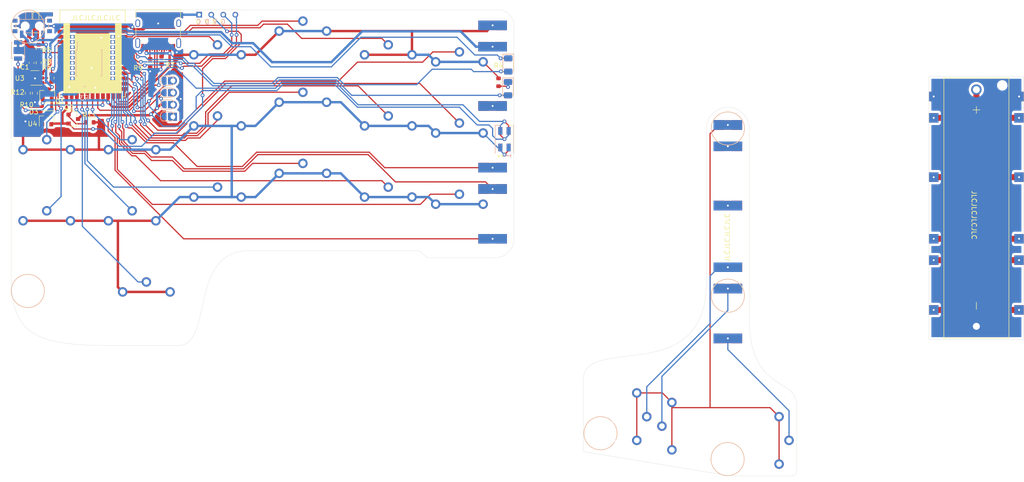
<source format=kicad_pcb>
(kicad_pcb (version 20210606) (generator pcbnew)
  (layers (0 "F.Cu" signal) (31 "B.Cu" signal) (34 "B.Paste" user) (35 "F.Paste" user) (36 "B.SilkS" user "B.Silkscreen") (37 "F.SilkS" user "F.Silkscreen") (38 "B.Mask" user) (39 "F.Mask" user) (44 "Edge.Cuts" user))
  (net 0 "")
  (net 1 "GND")
  (net 2 "RST")
  (net 3 "RGB")
  (net 6 "SCLK")
  (net 7 "MISO_DQ1")
  (net 8 "MOSI_DQ0")
  (net 9 "CS")
  (net 10 "thumb_GND")
  (net 11 "bridge_GND")
  (net 12 "Net-(R3-Pad2)")
  (net 13 "BLUE")
  (net 14 "Net-(D1-Pad1)")
  (net 15 "VBUS")
  (net 16 "Net-(D2-Pad1)")
  (net 17 "EXT_VCC")
  (net 18 "SWC")
  (net 19 "SWD")
  (net 20 "VDD")
  (net 22 "Net-(J2-PadA5)")
  (net 23 "D-")
  (net 24 "D+")
  (net 26 "Net-(J2-PadB5)")
  (net 28 "BAT")
  (net 29 "VCC_SWITCH")
  (net 30 "BAT_MEAS")
  (net 31 "Net-(R6-Pad2)")
  (net 32 "Net-(R10-Pad1)")
  (net 34 "thumb_BAT")
  (net 35 "Net-(J6-Pad6)")
  (net 36 "Net-(J6-Pad5)")
  (net 37 "Net-(J6-Pad4)")
  (net 38 "Net-(J6-Pad3)")
  (net 39 "bridge_BAT")
  (net 40 "MCU_BAT")
  (net 43 "SDA")
  (net 44 "SCL")
  (net 45 "K20")
  (net 46 "K19")
  (net 47 "K18")
  (net 48 "thumb_K20")
  (net 49 "thumb_K19")
  (net 50 "thumb_K18")
  (net 51 "K1")
  (net 52 "K2")
  (net 53 "K3")
  (net 54 "K4")
  (net 55 "K5")
  (net 56 "K6")
  (net 57 "K7")
  (net 58 "K8")
  (net 59 "K9")
  (net 60 "K10")
  (net 61 "K11")
  (net 62 "K12")
  (net 63 "K13")
  (net 64 "K14")
  (net 65 "K15")
  (net 66 "K16")
  (net 67 "K17")
  (net 70 "Net-(D3-Pad1)")
  (net 85 "Net-(J5-Pad4)")
  (net 86 "Net-(J5-Pad3)")
  (net 87 "Net-(J5-Pad2)")
  (net 88 "Net-(J5-Pad1)")
  (footprint "Button_Switch_SMD:SW_SPST_B3U-1000P" (layer "F.Cu") (at 27.45 64.8 90)
    (fp_text reference "SW1" hide)
    (fp_text value "SW_Push")
  )
  (footprint "LED_SMD:LED_SK6812MINI_PLCC4_3.5x3.5mm_P1.75mm" (layer "F.Cu") (at 130 83.5 90)
    (fp_text reference "D41" hide)
    (fp_text value "SK6812MINI")
  )
  (footprint "Diode_SMD:D_SOD-323" (layer "F.Cu") (at 33.45 76.65 180)
    (fp_text reference "D3")
    (fp_text value "1N5819")
  )
  (footprint "Connector_USB:USB_C_Receptacle_HRO_TYPE-C-31-M-12" (layer "F.Cu") (at 57 60.1 180)
    (fp_text reference "J2" hide)
    (fp_text value "USB_C_Receptacle_USB2.0")
  )
  (footprint "Package_TO_SOT_SMD:SOT-23" (layer "F.Cu") (at 33.6 74 90)
    (fp_text reference "Q1")
    (fp_text value "AO3401A")
  )
  (footprint "Package_TO_SOT_SMD:SOT-23" (layer "F.Cu") (at 39.1 79.25)
    (fp_text reference "Q2")
    (fp_text value "AO3401A")
  )
  (footprint "Resistor_SMD:R_0603_1608Metric" (layer "F.Cu") (at 31.8 64.4 -90)
    (fp_text reference "R5")
    (fp_text value "5.1M")
  )
  (footprint "Resistor_SMD:R_0603_1608Metric" (layer "F.Cu") (at 34.5 70.6 -90)
    (fp_text reference "R6")
    (fp_text value "1k")
  )
  (footprint "Resistor_SMD:R_0603_1608Metric" (layer "F.Cu") (at 57.7 66.9 90)
    (fp_text reference "R7")
    (fp_text value "5.1k")
  )
  (footprint "Resistor_SMD:R_0603_1608Metric" (layer "F.Cu") (at 31.8 67.4 -90)
    (fp_text reference "R8")
    (fp_text value "5.1M")
  )
  (footprint "Resistor_SMD:R_0603_1608Metric" (layer "F.Cu") (at 55.3 67.4 90)
    (fp_text reference "R9")
    (fp_text value "5.1k")
  )
  (footprint "Resistor_SMD:R_0603_1608Metric" (layer "F.Cu") (at 42.55 79.95)
    (fp_text reference "R11")
    (fp_text value "2M")
  )
  (footprint "Resistor_SMD:R_0603_1608Metric" (layer "F.Cu") (at 29.5 73.8 -90)
    (fp_text reference "R12")
    (fp_text value "100k" hide)
  )
  (footprint "misc:Holyiot_18010" (layer "F.Cu") (at 43.15 65.4)
    (fp_text reference "U1" hide)
    (fp_text value "Holyiot_18010")
  )
  (footprint "Package_TO_SOT_SMD:TSOT-23-5" (layer "F.Cu") (at 31 70.6 180)
    (fp_text reference "U3")
    (fp_text value "LTC4054ES5-4.2")
  )
  (footprint "Package_TO_SOT_SMD:SOT-23" (layer "F.Cu") (at 33.5 79.35 90)
    (fp_text reference "U4")
    (fp_text value "MCP1700-3302E_SOT23")
  )
  (footprint "Button_Switch_SMD:SW_SPDT_PCM12" (layer "F.Cu") (at 30.45 59.95 180)
    (fp_text reference "SW4" hide)
    (fp_text value "SW_SPDT")
  )
  (footprint "pg1350:PG1350-reversible-no-diode-short" (layer "F.Cu") (at 51.5 89.5)
    (fp_text reference "K1" hide)
    (fp_text value "KEY")
  )
  (footprint "pg1350:PG1350-reversible-no-diode-short" (layer "F.Cu") (at 69.5 69.5)
    (fp_text reference "K2" hide)
    (fp_text value "KEY")
  )
  (footprint "pg1350:PG1350-reversible-no-diode-short" (layer "F.Cu") (at 87.5 64.5)
    (fp_text reference "K3" hide)
    (fp_text value "KEY")
  )
  (footprint "pg1350:PG1350-reversible-no-diode-short-offcenter" (layer "F.Cu") (at 105.5 69.5)
    (fp_text reference "K4" hide)
    (fp_text value "KEY")
  )
  (footprint "pg1350:PG1350-reversible-no-diode-short-offcenter-outer" (layer "F.Cu") (at 120.5 71)
    (fp_text reference "K5" hide)
    (fp_text value "KEY")
  )
  (footprint "pg1350:PG1350-reversible-no-diode-short" (layer "F.Cu") (at 51.5 104.5)
    (fp_text reference "K6" hide)
    (fp_text value "KEY")
  )
  (footprint "pg1350:PG1350-reversible-no-diode-short" (layer "F.Cu") (at 69.5 84.5)
    (fp_text reference "K7" hide)
    (fp_text value "KEY")
  )
  (footprint "pg1350:PG1350-reversible-no-diode-short" (layer "F.Cu") (at 87.5 79.5)
    (fp_text reference "K8" hide)
    (fp_text value "KEY")
  )
  (footprint "pg1350:PG1350-reversible-no-diode-short-offcenter" (layer "F.Cu") (at 105.5 84.5)
    (fp_text reference "K9" hide)
    (fp_text value "KEY")
  )
  (footprint "pg1350:PG1350-reversible-no-diode-short-offcenter-outer" (layer "F.Cu") (at 120.5 86)
    (fp_text reference "K10" hide)
    (fp_text value "KEY")
  )
  (footprint "pg1350:PG1350-reversible-no-diode-short" (layer "F.Cu") (at 54.5 119.5)
    (fp_text reference "K11" hide)
    (fp_text value "KEY")
  )
  (footprint "pg1350:PG1350-reversible-no-diode-short" (layer "F.Cu") (at 69.5 99.5)
    (fp_text reference "K12" hide)
    (fp_text value "KEY")
  )
  (footprint "pg1350:PG1350-reversible-no-diode-short" (layer "F.Cu") (at 87.5 94.5)
    (fp_text reference "K13" hide)
    (fp_text value "KEY")
  )
  (footprint "pg1350:PG1350-reversible-no-diode-short-offcenter" (layer "F.Cu") (at 105.5 99.5)
    (fp_text reference "K14" hide)
    (fp_text value "KEY")
  )
  (footprint "pg1350:PG1350-reversible-no-diode-short-offcenter-outer" (layer "F.Cu") (at 120.5 101)
    (fp_text reference "K15" hide)
    (fp_text value "KEY")
  )
  (footprint "pg1350:PG1350-reversible-no-diode-short" (layer "F.Cu") (at 33.5 89.5)
    (fp_text reference "K16" hide)
    (fp_text value "KEY")
  )
  (footprint "pg1350:PG1350-reversible-no-diode-short" (layer "F.Cu") (at 33.5 104.5)
    (fp_text reference "K17" hide)
    (fp_text value "KEY")
  )
  (footprint "Resistor_SMD:R_0603_1608Metric" (layer "F.Cu") (at 31 73.8 -90)
    (fp_text reference "R10")
    (fp_text value "10k")
  )
  (footprint "fissure:debug-port" (layer "F.Cu") (at 69.45 57.25)
    (fp_text reference "J1" hide)
    (fp_text value "Conn_01x04_Female" hide)
  )
  (footprint "fissure:bridge" (layer "F.Cu") (at 238.5 99.5 90)
    (fp_text reference "J7" hide)
    (fp_text value "Conn_01x06")
  )
  (footprint "fissure:bridge" (layer "F.Cu") (at 220.5 99.5 90)
    (fp_text reference "J6" hide)
    (fp_text value "Conn_01x06")
  )
  (footprint "misc:BA1AAAPC" (layer "F.Cu") (at 229.5 98 -90)
    (fp_text reference "BT1" hide)
    (fp_text value "Battery_Cell")
  )
  (footprint "pg1350:PG1350-reversible-no-diode-short" (layer "F.Cu") (at 169.1 144 90)
    (fp_text reference "K19" hide)
    (fp_text value "KEY")
  )
  (footprint "pg1350:PG1350-reversible-no-diode-short" (layer "F.Cu") (at 184.1 147 -90)
    (fp_text reference "K18" hide)
    (fp_text value "KEY")
  )
  (footprint "pg1350:PG1350-reversible-no-diode-short" (layer "F.Cu") (at 154.1 142 -90)
    (fp_text reference "K20" hide)
    (fp_text value "KEY")
  )
  (footprint "Capacitor_SMD:C_0603_1608Metric" (layer "F.Cu") (at 30.3 67.4 -90)
    (fp_text reference "C1")
    (fp_text value "10nF")
  )
  (footprint "Jumper:SolderJumper-2_P1.3mm_Open_RoundedPad1.0x1.5mm" (layer "F.Cu") (at 58.9 71.2)
    (fp_text reference "JP1" hide)
    (fp_text value "SolderJumper_2_Open" hide)
  )
  (footprint "Jumper:SolderJumper-2_P1.3mm_Open_RoundedPad1.0x1.5mm" (layer "F.Cu") (at 58.9 73.7)
    (fp_text reference "JP2" hide)
    (fp_text value "SolderJumper_2_Open" hide)
  )
  (footprint "Jumper:SolderJumper-2_P1.3mm_Open_RoundedPad1.0x1.5mm" (layer "F.Cu") (at 58.9 76.2)
    (fp_text reference "JP3" hide)
    (fp_text value "SolderJumper_2_Open" hide)
  )
  (footprint "Jumper:SolderJumper-2_P1.3mm_Open_RoundedPad1.0x1.5mm" (layer "F.Cu") (at 58.9 78.7)
    (fp_text reference "JP4" hide)
    (fp_text value "SolderJumper_2_Open" hide)
  )
  (footprint "fissure:bridge-conn" (layer "F.Cu") (at 127.5 84.5 90)
    (fp_text reference "J3" hide)
    (fp_text value "Conn_01x06" hide)
  )
  (footprint "LED_SMD:LED_1206_3216Metric" (layer "F.Cu") (at 130.75 72.85 -90)
    (fp_text reference "D1" hide)
    (fp_text value "BLUE")
  )
  (footprint "LED_SMD:LED_1206_3216Metric" (layer "F.Cu") (at 130.8 67.85 -90)
    (fp_text reference "D5" hide)
    (fp_text value "RED")
  )
  (footprint "Resistor_SMD:R_0603_1608Metric" (layer "F.Cu") (at 128.75 71.5 90)
    (fp_text reference "R4")
    (fp_text value "1k")
  )
  (footprint "Package_SO:SOP-8_5.28x5.23mm_P1.27mm" (layer "B.Cu") (at 42.4 67.4 -90)
    (fp_text reference "U2" hide)
    (fp_text value "MT25QL128ABA1ESE")
  )
  (footprint "LED_SMD:LED_SK6812MINI_PLCC4_3.5x3.5mm_P1.75mm" (layer "B.Cu") (at 130 83.5 90)
    (fp_text reference "D42" hide)
    (fp_text value "SK6812MINI")
  )
  (footprint "Button_Switch_SMD:SW_SPST_B3U-1000P" (layer "B.Cu") (at 27.45 64.8 90)
    (fp_text reference "SW2" hide)
    (fp_text value "SW_Push")
  )
  (footprint "Resistor_SMD:R_0805_2012Metric" (layer "B.Cu") (at 41.45 73.15)
    (fp_text reference "R3")
    (fp_text value "10k")
  )
  (footprint "Button_Switch_SMD:SW_SPDT_PCM12" (layer "B.Cu") (at 30.45 59.95)
    (fp_text reference "SW3" hide)
    (fp_text value "SW_SPDT")
  )
  (footprint "fissure:bridge-conn" (layer "B.Cu") (at 177.1 105.5 90)
    (fp_text reference "J4" hide)
    (fp_text value "Conn_01x06" hide)
  )
  (footprint "misc:OLED" (layer "B.Cu") (at 61.7 68.98 180)
    (fp_text reference "J5" hide)
    (fp_text value "OLED")
  )
  (footprint "Jumper:SolderJumper-2_P1.3mm_Open_RoundedPad1.0x1.5mm" (layer "B.Cu") (at 58.9 71.2 180)
    (fp_text reference "JP5" hide)
    (fp_text value "SolderJumper_2_Open" hide)
  )
  (footprint "Jumper:SolderJumper-2_P1.3mm_Open_RoundedPad1.0x1.5mm" (layer "B.Cu") (at 58.9 73.7 180)
    (fp_text reference "JP6" hide)
    (fp_text value "SolderJumper_2_Open" hide)
  )
  (footprint "Jumper:SolderJumper-2_P1.3mm_Open_RoundedPad1.0x1.5mm" (layer "B.Cu") (at 58.9 76.2 180)
    (fp_text reference "JP7" hide)
    (fp_text value "SolderJumper_2_Open" hide)
  )
  (footprint "Jumper:SolderJumper-2_P1.3mm_Open_RoundedPad1.0x1.5mm" (layer "B.Cu") (at 58.9 78.7 180)
    (fp_text reference "JP8" hide)
    (fp_text value "SolderJumper_2_Open" hide)
  )
  (footprint "LED_SMD:LED_1206_3216Metric" (layer "B.Cu") (at 130.75 72.85 -90)
    (fp_text reference "D4" hide)
    (fp_text value "BLUE")
  )
  (footprint "LED_SMD:LED_1206_3216Metric" (layer "B.Cu") (at 130.8 67.85 -90)
    (fp_text reference "D2" hide)
    (fp_text value "RED")
  )
  (gr_circle (center 29.5 115.5) (end 33 115.5) (layer "B.SilkS") (width 0.12) (fill none))
  (gr_circle (center 177.1 81.25) (end 180.6 81.25) (layer "B.SilkS") (width 0.12) (fill none))
  (gr_circle (center 177.05 150.95) (end 180.55 150.95) (layer "B.SilkS") (width 0.12) (fill none))
  (gr_circle (center 177.1 116.5) (end 180.6 116.5) (layer "B.SilkS") (width 0.12) (fill none))
  (gr_circle (center 150.25 145.5) (end 153.75 145.5) (layer "B.SilkS") (width 0.12) (fill none))
  (gr_circle (center 29.5 59.75) (end 33 59.75) (layer "B.SilkS") (width 0.12) (fill none))
  (gr_circle (center 29.5 115.5) (end 33 115.5) (layer "F.SilkS") (width 0.12) (fill none))
  (gr_circle (center 177.1 81.25) (end 180.6 81.25) (layer "F.SilkS") (width 0.12) (fill none))
  (gr_circle (center 177.05 150.95) (end 180.55 150.95) (layer "F.SilkS") (width 0.12) (fill none))
  (gr_circle (center 177.1 116.5) (end 180.6 116.5) (layer "F.SilkS") (width 0.12) (fill none))
  (gr_circle (center 150.25 145.5) (end 153.75 145.5) (layer "F.SilkS") (width 0.12) (fill none))
  (gr_circle (center 29.5 59.75) (end 33 59.75) (layer "F.SilkS") (width 0.12) (fill none))
  (gr_line (start 26 112) (end 26 59.75) (layer "Edge.Cuts") (width 0.05))
  (gr_curve (pts (xy 76.25 107) (xy 63.25 107) (xy 68.75 127) (xy 61.25 127)) (layer "Edge.Cuts") (width 0.05))
  (gr_line (start 46.25 127) (end 61.25 127) (layer "Edge.Cuts") (width 0.05))
  (gr_line (start 113.75 108.5) (end 112 107) (layer "Edge.Cuts") (width 0.05))
  (gr_line (start 29.5 56.25) (end 128.75 56.25) (layer "Edge.Cuts") (width 0.05))
  (gr_curve (pts (xy 26 112) (xy 26 123.5) (xy 29.5 127) (xy 46.25 127)) (layer "Edge.Cuts") (width 0.05))
  (gr_arc (start 128.75 59.5) (end 132 59.5) (angle -90) (layer "Edge.Cuts") (width 0.05))
  (gr_line (start 219.5 101.75) (end 219.5 95.75) (layer "Edge.Cuts") (width 0.05))
  (gr_line (start 219.5 95.75) (end 219.5 70.25) (layer "Edge.Cuts") (width 0.05))
  (gr_line (start 219.5 125.75) (end 239.5 125.75) (layer "Edge.Cuts") (width 0.05))
  (gr_line (start 219.5 119.25) (end 219.5 125.75) (layer "Edge.Cuts") (width 0.05))
  (gr_line (start 219.5 112.25) (end 219.5 101.75) (layer "Edge.Cuts") (width 0.05))
  (gr_line (start 239.5 70.25) (end 239.5 125.75) (layer "Edge.Cuts") (width 0.05))
  (gr_line (start 219.5 70.25) (end 239.5 70.25) (layer "Edge.Cuts") (width 0.05))
  (gr_line (start 219.5 119.25) (end 219.5 112.25) (layer "Edge.Cuts") (width 0.05))
  (gr_arc (start 177.1 81.25) (end 181.6 81.25) (angle -180) (layer "Edge.Cuts") (width 0.05))
  (gr_curve (pts (xy 181.6 121) (xy 181.6 137.1) (xy 191.65 133.6) (xy 191.6 139.5)) (layer "Edge.Cuts") (width 0.05))
  (gr_line (start 146.6 149.35) (end 146.6 134.35) (layer "Edge.Cuts") (width 0.05))
  (gr_line (start 191.6 153.5) (end 191.6 139.5) (layer "Edge.Cuts") (width 0.05))
  (gr_line (start 172.6 113.5) (end 172.6 81.25) (layer "Edge.Cuts") (width 0.05))
  (gr_line (start 146.6 149.35) (end 177.6 154.5) (layer "Edge.Cuts") (width 0.05))
  (gr_curve (pts (xy 172.6 113.5) (xy 172.6 136.35) (xy 146.65 124.35) (xy 146.6 134.35)) (layer "Edge.Cuts") (width 0.05))
  (gr_arc (start 190.6 153.5) (end 191.6 153.5) (angle 90) (layer "Edge.Cuts") (width 0.05))
  (gr_line (start 181.6 81.25) (end 181.6 121) (layer "Edge.Cuts") (width 0.05))
  (gr_line (start 177.6 154.5) (end 190.6 154.5) (layer "Edge.Cuts") (width 0.05))
  (gr_line (start 132 104.5) (end 132 59.5) (layer "Edge.Cuts") (width 0.05))
  (gr_arc (start 29.5 59.75) (end 29.5 56.25) (angle -90) (layer "Edge.Cuts") (width 0.05))
  (gr_arc (start 128 104.5) (end 128 108.5) (angle -90) (layer "Edge.Cuts") (width 0.05))
  (gr_line (start 128 108.5) (end 113.75 108.5) (layer "Edge.Cuts") (width 0.05))
  (gr_line (start 76.25 107) (end 112 107) (layer "Edge.Cuts") (width 0.05))
  (gr_text "G V D C" (at 68.1 58.75) (layer "B.SilkS") (effects (font (size 1 1)) (justify mirror)))
  (gr_text "G V D C" (at 68 58.75) (layer "F.SilkS") (effects (font (size 1 1))))
  (gr_text "JLCJLCJLCJLC" (at 229 99.5 270) (layer "F.SilkS") (effects (font (size 1 1))))
  (gr_text "JLCJLCJLCJLC" (at 177 104.25 90) (layer "F.SilkS") (effects (font (size 1 1))))
  (gr_text "JLCJLCJLCJLC" (at 43.85 57.95) (layer "F.SilkS") (effects (font (size 1 1))))
  (segment (start 60.903348 65.196652) (end 60.334201 64.627505) (width 0.762) (layer "F.Cu") (net 1))
  (segment (start 53.15 65.15) (end 53.665799 64.634201) (width 0.762) (layer "F.Cu") (net 1))
  (segment (start 64.5 65.7) (end 62.05 65.7) (width 0.508) (layer "F.Cu") (net 1))
  (segment (start 51.3 59.7) (end 51.91579 60.31579) (width 0.508) (layer "F.Cu") (net 1))
  (segment (start 50.55 59.7) (end 51.3 59.7) (width 0.508) (layer "F.Cu") (net 1))
  (segment (start 48.500001 114.700001) (end 49.5 115.7) (width 0.508) (layer "F.Cu") (net 1))
  (segment (start 77.5 65.7) (end 82.5 60.7) (width 0.508) (layer "F.Cu") (net 1))
  (segment (start 48.500001 100.7) (end 48.500001 114.700001) (width 0.508) (layer "F.Cu") (net 1))
  (segment (start 57.7 68.6) (end 57.5 68.8) (width 0.254) (layer "F.Cu") (net 1))
  (segment (start 130.875 85.875) (end 130 86.75) (width 0.254) (layer "F.Cu") (net 1))
  (segment (start 30.3 68.175) (end 31.025 68.175) (width 0.508) (layer "F.Cu") (net 1))
  (segment (start 46.5 100.7) (end 38.5 100.7) (width 0.508) (layer "F.Cu") (net 1))
  (segment (start 50 59.7) (end 49.6 59.7) (width 0.508) (layer "F.Cu") (net 1))
  (segment (start 58.25 78.7) (end 58.25 79.75) (width 0.508) (layer "F.Cu") (net 1))
  (segment (start 53.88421 60.31579) (end 54.3 59.9) (width 0.508) (layer "F.Cu") (net 1))
  (segment (start 51.91579 60.31579) (end 53.8 60.31579) (width 0.508) (layer "F.Cu") (net 1))
  (segment (start 31.75 68.175) (end 31.8 68.225) (width 0.508) (layer "F.Cu") (net 1))
  (segment (start 49.5 115.7) (end 59.5 115.7) (width 0.508) (layer "F.Cu") (net 1))
  (segment (start 128.75 70.675) (end 128.75 70.45) (width 0.254) (layer "F.Cu") (net 1))
  (segment (start 50.55 59.7) (end 50 59.7) (width 0.508) (layer "F.Cu") (net 1))
  (segment (start 48.500001 100.7) (end 56.5 100.7) (width 0.508) (layer "F.Cu") (net 1))
  (segment (start 92.5 60.7) (end 126.3 60.7) (width 0.508) (layer "F.Cu") (net 1))
  (segment (start 74.5 65.7) (end 77.5 65.7) (width 0.508) (layer "F.Cu") (net 1))
  (segment (start 126.3 60.7) (end 127.5 59.5) (width 0.508) (layer "F.Cu") (net 1))
  (segment (start 31.025 68.175) (end 31.025 70.675) (width 0.508) (layer "F.Cu") (net 1))
  (segment (start 130.875 85.25) (end 130.875 85.875) (width 0.254) (layer "F.Cu") (net 1))
  (segment (start 61 65.293304) (end 60.903348 65.196652) (width 0.762) (layer "F.Cu") (net 1))
  (segment (start 28.5 85.7) (end 28.5 81.5) (width 0.508) (layer "F.Cu") (net 1))
  (segment (start 61.75 79.75) (end 61.75 78.75) (width 0.508) (layer "F.Cu") (net 1))
  (segment (start 53.8 60.31579) (end 53.88421 60.31579) (width 0.508) (layer "F.Cu") (net 1))
  (segment (start 44.5 85.7) (end 44.5 81.5) (width 0.508) (layer "F.Cu") (net 1))
  (segment (start 110.5 65.7) (end 100.5 65.7) (width 0.508) (layer "F.Cu") (net 1))
  (segment (start 57.7 68.025) (end 57.7 68.6) (width 0.254) (layer "F.Cu") (net 1))
  (segment (start 31.025 68.175) (end 31.75 68.175) (width 0.508) (layer "F.Cu") (net 1))
  (segment (start 50.40721 59.55721) (end 50.55 59.7) (width 0.508) (layer "F.Cu") (net 1))
  (segment (start 59 80.5) (end 61 80.5) (width 0.508) (layer "F.Cu") (net 1))
  (segment (start 61 66.6) (end 61 65.293304) (width 0.762) (layer "F.Cu") (net 1))
  (segment (start 61 80.5) (end 61.75 79.75) (width 0.508) (layer "F.Cu") (net 1))
  (segment (start 38.5 85.7) (end 46.5 85.7) (width 0.508) (layer "F.Cu") (net 1))
  (segment (start 32.21 70.6) (end 31.1 70.6) (width 0.508) (layer "F.Cu") (net 1))
  (segment (start 31.1 70.6) (end 31.025 70.675) (width 0.508) (layer "F.Cu") (net 1))
  (segment (start 38.5 100.7) (end 28.5 100.7) (width 0.508) (layer "F.Cu") (net 1))
  (segment (start 110.5 65.7) (end 110.5 60.7) (width 0.508) (layer "F.Cu") (net 1))
  (segment (start 28.5 85.7) (end 38.5 85.7) (width 0.508) (layer "F.Cu") (net 1))
  (segment (start 128.75 70.45) (end 125.5 67.2) (width 0.254) (layer "F.Cu") (net 1))
  (segment (start 46.5 100.7) (end 48.500001 100.7) (width 0.508) (layer "F.Cu") (net 1))
  (segment (start 58.25 79.75) (end 59 80.5) (width 0.508) (layer "F.Cu") (net 1))
  (segment (start 53.665799 64.634201) (end 53.665799 64.327505) (width 0.762) (layer "F.Cu") (net 1))
  (via (at 29 79.75) (size 0.8) (drill 0.4) (layers "F.Cu" "B.Cu") (net 1))
  (via (at 48.65 61.8) (size 0.8) (drill 0.4) (layers "F.Cu" "B.Cu") (net 1))
  (via (at 45 62.1) (size 0.8) (drill 0.4) (layers "F.Cu" "B.Cu") (net 1))
  (via (at 57.5 68.8) (size 0.8) (drill 0.4) (layers "F.Cu" "B.Cu") (net 1))
  (via (at 35 59.65) (size 0.8) (drill 0.4) (layers "F.Cu" "B.Cu") (net 1))
  (via (at 31 75.7) (size 0.8) (drill 0.4) (layers "F.Cu" "B.Cu") (net 1))
  (via (at 130 86.75) (size 0.8) (drill 0.4) (layers "F.Cu" "B.Cu") (net 1))
  (via (at 53.15 65.15) (size 0.8) (drill 0.4) (layers "F.Cu" "B.Cu") (net 1))
  (via (at 31.025 70.675) (size 0.8) (drill 0.4) (layers "F.Cu" "B.Cu") (net 1))
  (via (at 60.903348 65.196652) (size 0.8) (drill 0.4) (layers "F.Cu" "B.Cu") (net 1))
  (via (at 61.75 75) (size 0.8) (drill 0.4) (layers "F.Cu" "B.Cu") (net 1))
  (via (at 38.25 72.5) (size 0.8) (drill 0.4) (layers "F.Cu" "B.Cu") (net 1))
  (via (at 57 59.1) (size 0.8) (drill 0.4) (layers "F.Cu" "B.Cu") (net 1))
  (via (at 51.550746 59.8428) (size 0.8) (drill 0.4) (layers "F.Cu" "B.Cu") (net 1))
  (via (at 55.3 69.2) (size 0.8) (drill 0.4) (layers "F.Cu" "B.Cu") (net 1))
  (segment (start 53.050001 68.800001) (end 52.95 68.7) (width 0.254) (layer "B.Cu") (net 1))
  (segment (start 64.5 65.7) (end 74.5 65.7) (width 0.508) (layer "B.Cu") (net 1))
  (segment (start 77.5 80.7) (end 82.5 75.7) (width 0.508) (layer "B.Cu") (net 1))
  (segment (start 77.5 95.7) (end 82.5 90.7) (width 0.508) (layer "B.Cu") (net 1))
  (segment (start 54 64.3) (end 60.006696 64.3) (width 0.762) (layer "B.Cu") (net 1))
  (segment (start 54.900001 68.800001) (end 53.050001 68.800001) (width 0.254) (layer "B.Cu") (net 1))
  (segment (start 62 57.25) (end 65.64 57.25) (width 0.508) (layer "B.Cu") (net 1))
  (segment (start 55.3 69.2) (end 54.900001 68.800001) (width 0.254) (layer "B.Cu") (net 1))
  (segment (start 56.5 100.7) (end 61.5 95.7) (width 0.508) (layer "B.Cu") (net 1))
  (segment (start 59.5 85.7) (end 64.5 80.7) (width 0.508) (layer "B.Cu") (net 1))
  (segment (start 95.5 90.7) (end 100.5 95.7) (width 0.508) (layer "B.Cu") (net 1))
  (segment (start 129.125 85.875) (end 129.125 85.25) (width 0.254) (layer "B.Cu") (net 1))
  (segment (start 60.006696 64.3) (end 60.903348 65.196652) (width 0.762) (layer "B.Cu") (net 1))
  (segment (start 51.265156 59.55721) (end 51.550746 59.8428) (width 0.508) (layer "B.Cu") (net 1))
  (segment (start 128.55 85.25) (end 125.5 82.2) (width 0.254) (layer "B.Cu") (net 1))
  (segment (start 92.5 60.7) (end 82.5 60.7) (width 0.508) (layer "B.Cu") (net 1))
  (segment (start 64.5 80.7) (end 74.5 80.7) (width 0.508) (layer "B.Cu") (net 1))
  (segment (start 56.5 85.7) (end 59.5 85.7) (width 0.508) (layer "B.Cu") (net 1))
  (segment (start 110.5 65.7) (end 114 65.7) (width 0.508) (layer "B.Cu") (net 1))
  (segment (start 100.5 80.7) (end 110.5 80.7) (width 0.508) (layer "B.Cu") (net 1))
  (segment (start 46.5 85.7) (end 56.5 85.7) (width 0.508) (layer "B.Cu") (net 1))
  (segment (start 129.125 85.25) (end 128.55 85.25) (width 0.254) (layer "B.Cu") (net 1))
  (segment (start 95.5 75.7) (end 100.5 80.7) (width 0.508) (layer "B.Cu") (net 1))
  (segment (start 72.5 95.7) (end 74.5 95.7) (width 0.508) (layer "B.Cu") (net 1))
  (segment (start 74.5 80.7) (end 77.5 80.7) (width 0.508) (layer "B.Cu") (net 1))
  (segment (start 115.5 97.2) (end 125.5 97.2) (width 0.508) (layer "B.Cu") (net 1))
  (segment (start 114 65.7) (end 115.5 67.2) (width 0.508) (layer "B.Cu") (net 1))
  (segment (start 100.5 95.7) (end 110.5 95.7) (width 0.508) (layer "B.Cu") (net 1))
  (segment (start 61.5 95.7) (end 72.5 95.7) (width 0.508) (layer "B.Cu") (net 1))
  (segment (start 74.5 95.7) (end 77.5 95.7) (width 0.508) (layer "B.Cu") (net 1))
  (segment (start 115.5 82.2) (end 125.5 82.2) (width 0.508) (layer "B.Cu") (net 1))
  (segment (start 110.5 80.7) (end 114 80.7) (width 0.508) (layer "B.Cu") (net 1))
  (segment (start 82.5 90.7) (end 92.5 90.7) (width 0.508) (layer "B.Cu") (net 1))
  (segment (start 92.5 75.7) (end 95.5 75.7) (width 0.508) (layer "B.Cu") (net 1))
  (segment (start 115.5 67.2) (end 125.5 67.2) (width 0.508) (layer "B.Cu") (net 1))
  (segment (start 92.5 90.7) (end 95.5 90.7) (width 0.508) (layer "B.Cu") (net 1))
  (segment (start 130 86.75) (end 129.125 85.875) (width 0.254) (layer "B.Cu") (net 1))
  (segment (start 72.5 95.7) (end 72.5 80.7) (width 0.508) (layer "B.Cu") (net 1))
  (segment (start 82.5 75.7) (end 92.5 75.7) (width 0.508) (layer "B.Cu") (net 1))
  (segment (start 53.15 65.15) (end 54 64.3) (width 0.762) (layer "B.Cu") (net 1))
  (segment (start 114 95.7) (end 115.5 97.2) (width 0.508) (layer "B.Cu") (net 1))
  (segment (start 114 80.7) (end 115.5 82.2) (width 0.508) (layer "B.Cu") (net 1))
  (segment (start 110.5 95.7) (end 114 95.7) (width 0.508) (layer "B.Cu") (net 1))
  (segment (start 45.35 74.4) (end 45.35 76.200002) (width 0.254) (layer "F.Cu") (net 2))
  (segment (start 29.05 77.4) (end 27.449988 75.799988) (width 0.254) (layer "F.Cu") (net 2))
  (segment (start 45.35 76.200002) (end 45.25 76.300002) (width 0.254) (layer "F.Cu") (net 2))
  (segment (start 27.45 66.5) (end 27.45 67.699988) (width 0.254) (layer "F.Cu") (net 2))
  (segment (start 27.449988 75.799988) (end 27.449988 67.7) (width 0.254) (layer "F.Cu") (net 2))
  (segment (start 27.45 67.699988) (end 27.449988 67.7) (width 0.254) (layer "F.Cu") (net 2))
  (via (at 45.25 76.300002) (size 0.8) (drill 0.4) (layers "F.Cu" "B.Cu") (net 2))
  (via (at 29.05 77.4) (size 0.8) (drill 0.4) (layers "F.Cu" "B.Cu") (net 2))
  (via (at 27.449988 67.7) (size 0.8) (drill 0.4) (layers "F.Cu" "B.Cu") (net 2))
  (segment (start 32.580698 77.4) (end 33.680696 76.300002) (width 0.254) (layer "B.Cu") (net 2))
  (segment (start 27.45 67.699988) (end 27.449988 67.7) (width 0.254) (layer "B.Cu") (net 2))
  (segment (start 27.45 66.5) (end 27.45 67.699988) (width 0.254) (layer "B.Cu") (net 2))
  (segment (start 33.680696 76.300002) (end 45.25 76.300002) (width 0.254) (layer "B.Cu") (net 2))
  (segment (start 29.05 77.4) (end 32.580698 77.4) (width 0.254) (layer "B.Cu") (net 2))
  (segment (start 44.725 77.4) (end 50.9693 77.4) (width 0.254) (layer "F.Cu") (net 3))
  (segment (start 44.25 76.925) (end 44.725 77.4) (width 0.254) (layer "F.Cu") (net 3))
  (segment (start 130.875 81.75) (end 130.875 80.625) (width 0.254) (layer "F.Cu") (net 3))
  (segment (start 44.25 74.4) (end 44.25 76.925) (width 0.254) (layer "F.Cu") (net 3))
  (segment (start 130.875 80.625) (end 130 79.75) (width 0.254) (layer "F.Cu") (net 3))
  (segment (start 56.2693 72.1) (end 57.1 72.1) (width 0.254) (layer "F.Cu") (net 3))
  (segment (start 50.9693 77.4) (end 56.2693 72.1) (width 0.254) (layer "F.Cu") (net 3))
  (via (at 57.1 72.1) (size 0.8) (drill 0.4) (layers "F.Cu" "B.Cu") (net 3))
  (via (at 130 79.75) (size 0.8) (drill 0.4) (layers "F.Cu" "B.Cu") (net 3))
  (segment (start 99.146592 76.25) (end 121.25 76.25) (width 0.254) (layer "B.Cu") (net 3))
  (segment (start 83 71.5) (end 94.396592 71.5) (width 0.254) (layer "B.Cu") (net 3))
  (segment (start 124.75 79.75) (end 130 79.75) (width 0.254) (layer "B.Cu") (net 3))
  (segment (start 81.75 72.75) (end 83 71.5) (width 0.254) (layer "B.Cu") (net 3))
  (segment (start 94.396592 71.5) (end 99.146592 76.25) (width 0.254) (layer "B.Cu") (net 3))
  (segment (start 129.125 80.625) (end 130 79.75) (width 0.254) (layer "B.Cu") (net 3))
  (segment (start 129.125 81.75) (end 129.125 80.625) (width 0.254) (layer "B.Cu") (net 3))
  (segment (start 121.25 76.25) (end 124.75 79.75) (width 0.254) (layer "B.Cu") (net 3))
  (segment (start 60.640881 68.390881) (end 65 72.75) (width 0.254) (layer "B.Cu") (net 3))
  (segment (start 57.1 72.1) (end 57.1 70.3) (width 0.254) (layer "B.Cu") (net 3))
  (segment (start 59.009119 68.390881) (end 60.640881 68.390881) (width 0.254) (layer "B.Cu") (net 3))
  (segment (start 57.1 70.3) (end 59.009119 68.390881) (width 0.254) (layer "B.Cu") (net 3))
  (segment (start 65 72.75) (end 81.75 72.75) (width 0.254) (layer "B.Cu") (net 3))
  (segment (start 41.8 70.7) (end 38.9 70.7) (width 0.254) (layer "F.Cu") (net 6))
  (segment (start 43.75 72.65) (end 41.8 70.7) (width 0.254) (layer "F.Cu") (net 6))
  (via (at 43.75 72.65) (size 0.8) (drill 0.4) (layers "F.Cu" "B.Cu") (net 6))
  (segment (start 43.035 71) (end 43.035 71.935) (width 0.254) (layer "B.Cu") (net 6))
  (segment (start 43.035 71.935) (end 43.75 72.65) (width 0.254) (layer "B.Cu") (net 6))
  (segment (start 40.6 66.3) (end 41.765 65.135) (width 0.254) (layer "B.Cu") (net 7))
  (segment (start 38.9 66.3) (end 40.6 66.3) (width 0.254) (layer "B.Cu") (net 7))
  (segment (start 41.765 65.135) (end 41.765 63.8) (width 0.254) (layer "B.Cu") (net 7))
  (segment (start 42.95 68.5) (end 38.9 68.5) (width 0.254) (layer "F.Cu") (net 8))
  (via (at 42.95 68.5) (size 0.8) (drill 0.4) (layers "F.Cu" "B.Cu") (net 8))
  (segment (start 44.305 71) (end 44.305 69.855) (width 0.254) (layer "B.Cu") (net 8))
  (segment (start 44.305 69.855) (end 42.95 68.5) (width 0.254) (layer "B.Cu") (net 8))
  (segment (start 40.195 64.1) (end 40.495 63.8) (width 0.254) (layer "B.Cu") (net 9))
  (segment (start 38.9 64.1) (end 40.195 64.1) (width 0.254) (layer "B.Cu") (net 9))
  (segment (start 186 140.1) (end 187.9 142) (width 0.254) (layer "F.Cu") (net 10))
  (segment (start 187.9 142) (end 187.9 152.05) (width 0.254) (layer "F.Cu") (net 10))
  (segment (start 173.35 82.35) (end 173.35 140.1) (width 0.254) (layer "F.Cu") (net 10))
  (segment (start 157.9 137) (end 157.9 147) (width 0.254) (layer "F.Cu") (net 10))
  (segment (start 175.2 80.5) (end 173.35 82.35) (width 0.254) (layer "F.Cu") (net 10))
  (segment (start 187.9 152.05) (end 187.95 152.1) (width 0.254) (layer "F.Cu") (net 10))
  (segment (start 165.3 139) (end 165.3 149) (width 0.254) (layer "F.Cu") (net 10))
  (segment (start 165.3 139) (end 163.3 137) (width 0.254) (layer "F.Cu") (net 10))
  (segment (start 165.3 140.1) (end 186 140.1) (width 0.254) (layer "F.Cu") (net 10))
  (segment (start 177.1 80.5) (end 175.2 80.5) (width 0.254) (layer "F.Cu") (net 10))
  (segment (start 163.3 137) (end 157.9 137) (width 0.254) (layer "F.Cu") (net 10))
  (segment (start 41.765 72.5525) (end 42.3625 73.15) (width 0.254) (layer "B.Cu") (net 12))
  (segment (start 43.035 66.015) (end 43.035 63.8) (width 0.254) (layer "B.Cu") (net 12))
  (segment (start 41.765 71) (end 41.765 72.5525) (width 0.254) (layer "B.Cu") (net 12))
  (segment (start 41.765 71) (end 41.765 67.285) (width 0.254) (layer "B.Cu") (net 12))
  (segment (start 41.765 67.285) (end 43.035 66.015) (width 0.254) (layer "B.Cu") (net 12))
  (segment (start 130.6 74.25) (end 129 74.25) (width 0.254) (layer "F.Cu") (net 13))
  (segment (start 50.950593 64.1) (end 52.7 65.849407) (width 0.254) (layer "F.Cu") (net 13))
  (segment (start 52.7 65.849407) (end 52.7 66.099989) (width 0.254) (layer "F.Cu") (net 13))
  (segment (start 49.9 64.1) (end 50.950593 64.1) (width 0.254) (layer "F.Cu") (net 13))
  (via (at 129 74.25) (size 0.8) (drill 0.4) (layers "F.Cu" "B.Cu") (net 13))
  (via (at 52.7 66.099989) (size 0.8) (drill 0.4) (layers "F.Cu" "B.Cu") (net 13))
  (segment (start 129 74.25) (end 130.6 74.25) (width 0.254) (layer "B.Cu") (net 13))
  (segment (start 82.5 71) (end 94.543184 71) (width 0.254) (layer "B.Cu") (net 13))
  (segment (start 81.25 72.25) (end 82.5 71) (width 0.254) (layer "B.Cu") (net 13))
  (segment (start 52.7 66.099989) (end 54.230687 66.099989) (width 0.254) (layer "B.Cu") (net 13))
  (segment (start 54.830698 66.7) (end 62.030702 66.7) (width 0.254) (layer "B.Cu") (net 13))
  (segment (start 94.543184 71) (end 97.793184 74.25) (width 0.254) (layer "B.Cu") (net 13))
  (segment (start 54.230687 66.099989) (end 54.830698 66.7) (width 0.254) (layer "B.Cu") (net 13))
  (segment (start 97.793184 74.25) (end 129 74.25) (width 0.254) (layer "B.Cu") (net 13))
  (segment (start 62.030702 66.7) (end 63.330702 68) (width 0.254) (layer "B.Cu") (net 13))
  (segment (start 68.496698 72.25) (end 81.25 72.25) (width 0.254) (layer "B.Cu") (net 13))
  (segment (start 63.330702 68) (end 64.246698 68) (width 0.254) (layer "B.Cu") (net 13))
  (segment (start 64.246698 68) (end 68.496698 72.25) (width 0.254) (layer "B.Cu") (net 13))
  (segment (start 130.575 72.325) (end 130.75 72.5) (width 0.254) (layer "F.Cu") (net 14))
  (segment (start 130.75 72.5) (end 130.75 71.45) (width 0.25) (layer "F.Cu") (net 14))
  (segment (start 128.75 72.325) (end 130.575 72.325) (width 0.254) (layer "F.Cu") (net 14))
  (via (at 130.75 72.5) (size 0.8) (drill 0.4) (layers "F.Cu" "B.Cu") (net 14))
  (segment (start 130.75 71.45) (end 130.75 72.5) (width 0.25) (layer "B.Cu") (net 14))
  (segment (start 32.65 75.9) (end 32.65 76.55) (width 0.508) (layer "F.Cu") (net 15))
  (segment (start 47.4 76.7) (end 46.45 75.75) (width 0.508) (layer "F.Cu") (net 15))
  (segment (start 46.45 74.4) (end 46.45 75.75) (width 0.508) (layer "F.Cu") (net 15))
  (segment (start 59.4 65.4) (end 59.4 68.143101) (width 0.508) (layer "F.Cu") (net 15))
  (segment (start 59.45 64.145) (end 59.45 65.35) (width 0.508) (layer "F.Cu") (net 15))
  (segment (start 50.843101 76.7) (end 47.4 76.7) (width 0.508) (layer "F.Cu") (net 15))
  (segment (start 130.8 69.25) (end 129.306875 69.25) (width 0.25) (layer "F.Cu") (net 15))
  (segment (start 29.15 69.75) (end 28.4 70.5) (width 0.508) (layer "F.Cu") (net 15))
  (segment (start 28.4 70.5) (end 28.4 75.1) (width 0.508) (layer "F.Cu") (net 15))
  (segment (start 59.45 65.35) (end 59.4 65.4) (width 0.508) (layer "F.Cu") (net 15))
  (segment (start 28.4 75.1) (end 29.95 76.65) (width 0.508) (layer "F.Cu") (net 15))
  (segment (start 54.55 64.145) (end 54.55 65.320394) (width 0.508) (layer "F.Cu") (net 15))
  (segment (start 29.5 73.075) (end 28.425 73.075) (width 0.254) (layer "F.Cu") (net 15))
  (segment (start 29.95 76.65) (end 32.55 76.65) (width 0.508) (layer "F.Cu") (net 15))
  (segment (start 32.65 75) (end 32.65 75.9) (width 0.508) (layer "F.Cu") (net 15))
  (segment (start 54.55 65.320394) (end 54.500604 65.36979) (width 0.508) (layer "F.Cu") (net 15))
  (segment (start 29.69 69.75) (end 29.15 69.75) (width 0.508) (layer "F.Cu") (net 15))
  (segment (start 32.65 76.55) (end 32.55 76.65) (width 0.508) (layer "F.Cu") (net 15))
  (segment (start 129.306875 69.25) (end 129.265218 69.208343) (width 0.25) (layer "F.Cu") (net 15))
  (segment (start 59.4 68.143101) (end 50.843101 76.7) (width 0.508) (layer "F.Cu") (net 15))
  (via (at 129.265218 69.208343) (size 0.8) (drill 0.4) (layers "F.Cu" "B.Cu") (net 15))
  (via (at 54.500604 65.36979) (size 0.8) (drill 0.4) (layers "F.Cu" "B.Cu") (net 15))
  (via (at 46.45 75.75) (size 0.8) (drill 0.4) (layers "F.Cu" "B.Cu") (net 15))
  (via (at 32.65 75.9) (size 0.8) (drill 0.4) (layers "F.Cu" "B.Cu") (net 15))
  (via (at 59.4 65.4) (size 0.8) (drill 0.4) (layers "F.Cu" "B.Cu") (net 15))
  (segment (start 60.242789 66.242789) (end 59.4 65.4) (width 0.254) (layer "B.Cu") (net 15))
  (segment (start 33.249999 75.300001) (end 46.000001 75.300001) (width 0.508) (layer "B.Cu") (net 15))
  (segment (start 94.75 70.5) (end 82.25 70.5) (width 0.254) (layer "B.Cu") (net 15))
  (segment (start 130.8 69.25) (end 123.5 69.25) (width 0.254) (layer "B.Cu") (net 15))
  (segment (start 32.65 75.9) (end 33.249999 75.300001) (width 0.508) (layer "B.Cu") (net 15))
  (segment (start 111.5 72) (end 96.25 72) (width 0.254) (layer "B.Cu") (net 15))
  (segment (start 63.5 67.5) (end 62.242789 66.242789) (width 0.254) (layer "B.Cu") (net 15))
  (segment (start 54.530814 65.4) (end 54.500604 65.36979) (width 0.508) (layer "B.Cu") (net 15))
  (segment (start 81 71.75) (end 68.745302 71.75) (width 0.254) (layer "B.Cu") (net 15))
  (segment (start 82.25 70.5) (end 81 71.75) (width 0.254) (layer "B.Cu") (net 15))
  (segment (start 64.495302 67.5) (end 63.5 67.5) (width 0.254) (layer "B.Cu") (net 15))
  (segment (start 68.745302 71.75) (end 64.495302 67.5) (width 0.254) (layer "B.Cu") (net 15))
  (segment (start 123 68.75) (end 114.75 68.75) (width 0.254) (layer "B.Cu") (net 15))
  (segment (start 123.5 69.25) (end 123 68.75) (width 0.254) (layer "B.Cu") (net 15))
  (segment (start 114.75 68.75) (end 111.5 72) (width 0.254) (layer "B.Cu") (net 15))
  (segment (start 59.4 65.4) (end 54.530814 65.4) (width 0.508) (layer "B.Cu") (net 15))
  (segment (start 46.000001 75.300001) (end 46.45 75.75) (width 0.508) (layer "B.Cu") (net 15))
  (segment (start 62.242789 66.242789) (end 60.242789 66.242789) (width 0.254) (layer "B.Cu") (net 15))
  (segment (start 96.25 72) (end 94.75 70.5) (width 0.254) (layer "B.Cu") (net 15))
  (segment (start 129.2 66.45) (end 130.8 66.45) (width 0.254) (layer "F.Cu") (net 16))
  (segment (start 34.5 68.95) (end 34.8 68.65) (width 0.254) (layer "F.Cu") (net 16))
  (segment (start 34.5 69.775) (end 34.5 68.95) (width 0.254) (layer "F.Cu") (net 16))
  (via (at 129.2 66.45) (size 0.8) (drill 0.4) (layers "F.Cu" "B.Cu") (net 16))
  (via (at 34.8 68.65) (size 0.8) (drill 0.4) (layers "F.Cu" "B.Cu") (net 16))
  (segment (start 130.8 66.45) (end 129.2 66.45) (width 0.254) (layer "B.Cu") (net 16))
  (segment (start 123.75 65.75) (end 128.5 65.75) (width 0.254) (layer "B.Cu") (net 16))
  (segment (start 72.5 64) (end 76.5 64) (width 0.254) (layer "B.Cu") (net 16))
  (segment (start 120 62) (end 123.75 65.75) (width 0.254) (layer "B.Cu") (net 16))
  (segment (start 50.073804 60.9) (end 50.673804 61.5) (width 0.254) (layer "B.Cu") (net 16))
  (segment (start 34.8 68.65) (end 35.199999 68.250001) (width 0.254) (layer "B.Cu") (net 16))
  (segment (start 70 61.5) (end 72.5 64) (width 0.254) (layer "B.Cu") (net 16))
  (segment (start 99.75 62) (end 120 62) (width 0.254) (layer "B.Cu") (net 16))
  (segment (start 35.199999 63.900001) (end 38.2 60.9) (width 0.254) (layer "B.Cu") (net 16))
  (segment (start 93.5 68.25) (end 99.75 62) (width 0.254) (layer "B.Cu") (net 16))
  (segment (start 76.5 64) (end 80.75 68.25) (width 0.254) (layer "B.Cu") (net 16))
  (segment (start 38.2 60.9) (end 50.073804 60.9) (width 0.254) (layer "B.Cu") (net 16))
  (segment (start 80.75 68.25) (end 93.5 68.25) (width 0.254) (layer "B.Cu") (net 16))
  (segment (start 50.673804 61.5) (end 70 61.5) (width 0.254) (layer "B.Cu") (net 16))
  (segment (start 128.5 65.75) (end 129.2 66.45) (width 0.254) (layer "B.Cu") (net 16))
  (segment (start 35.199999 68.250001) (end 35.199999 63.900001) (width 0.254) (layer "B.Cu") (net 16))
  (segment (start 40.9 78.45) (end 55.25 78.45) (width 0.508) (layer "F.Cu") (net 17))
  (segment (start 55.475 78.225) (end 56.75 76.95) (width 0.508) (layer "F.Cu") (net 17))
  (segment (start 57.5 76.2) (end 56.75 76.95) (width 0.508) (layer "F.Cu") (net 17))
  (segment (start 129.125 82.625) (end 130 83.5) (width 0.254) (layer "F.Cu") (net 17))
  (segment (start 58.25 76.2) (end 57.5 76.2) (width 0.508) (layer "F.Cu") (net 17))
  (segment (start 129.125 81.75) (end 129.125 82.625) (width 0.254) (layer "F.Cu") (net 17))
  (segment (start 55.25 78.45) (end 55.475 78.225) (width 0.508) (layer "F.Cu") (net 17))
  (segment (start 40.1 79.25) (end 40.9 78.45) (width 0.508) (layer "F.Cu") (net 17))
  (via (at 130 83.5) (size 0.8) (drill 0.4) (layers "F.Cu" "B.Cu") (net 17))
  (via (at 56.75 76.95) (size 0.8) (drill 0.4) (layers "F.Cu" "B.Cu") (net 17))
  (via (at 55.475 78.225) (size 0.8) (drill 0.4) (layers "F.Cu" "B.Cu") (net 17))
  (segment (start 66.269302 73.25) (end 82 73.25) (width 0.254) (layer "B.Cu") (net 17))
  (segment (start 82 73.25) (end 83.25 72) (width 0.254) (layer "B.Cu") (net 17))
  (segment (start 99 76.75) (end 120.5 76.75) (width 0.254) (layer "B.Cu") (net 17))
  (segment (start 61.5 80.75) (end 65 77.25) (width 0.254) (layer "B.Cu") (net 17))
  (segment (start 94.25 72) (end 99 76.75) (width 0.254) (layer "B.Cu") (net 17))
  (segment (start 124.25 80.5) (end 126.75 80.5) (width 0.254) (layer "B.Cu") (net 17))
  (segment (start 128.25 83.5) (end 130 83.5) (width 0.254) (layer "B.Cu") (net 17))
  (segment (start 127.5 81.25) (end 127.5 82.75) (width 0.254) (layer "B.Cu") (net 17))
  (segment (start 130.875 82.625) (end 130 83.5) (width 0.254) (layer "B.Cu") (net 17))
  (segment (start 127.5 82.75) (end 128.25 83.5) (width 0.254) (layer "B.Cu") (net 17))
  (segment (start 58.25 73.7) (end 57.15 73.7) (width 0.508) (layer "B.Cu") (net 17))
  (segment (start 56.75 74.1) (end 56.75 76.95) (width 0.508) (layer "B.Cu") (net 17))
  (segment (start 65 77.25) (end 65 74.519302) (width 0.254) (layer "B.Cu") (net 17))
  (segment (start 55.475 78.225) (end 58 80.75) (width 0.254) (layer "B.Cu") (net 17))
  (segment (start 58 80.75) (end 61.5 80.75) (width 0.254) (layer "B.Cu") (net 17))
  (segment (start 126.75 80.5) (end 127.5 81.25) (width 0.254) (layer "B.Cu") (net 17))
  (segment (start 130.875 81.75) (end 130.875 82.625) (width 0.254) (layer "B.Cu") (net 17))
  (segment (start 83.25 72) (end 94.25 72) (width 0.254) (layer "B.Cu") (net 17))
  (segment (start 57.15 73.7) (end 56.75 74.1) (width 0.508) (layer "B.Cu") (net 17))
  (segment (start 65 74.519302) (end 66.269302 73.25) (width 0.254) (layer "B.Cu") (net 17))
  (segment (start 120.5 76.75) (end 124.25 80.5) (width 0.254) (layer "B.Cu") (net 17))
  (segment (start 61.750004 67.5) (end 65.75 67.5) (width 0.254) (layer "F.Cu") (net 18))
  (segment (start 70.75 65.5) (end 72.496787 63.753213) (width 0.254) (layer "F.Cu") (net 18))
  (segment (start 65.75 67.5) (end 67.75 65.5) (width 0.254) (layer "F.Cu") (net 18))
  (segment (start 49.9 65.2) (end 51.404 65.2) (width 0.254) (layer "F.Cu") (net 18))
  (segment (start 51.95 66.45) (end 52.7 67.2) (width 0.254) (layer "F.Cu") (net 18))
  (segment (start 51.95 65.746) (end 51.95 66.45) (width 0.254) (layer "F.Cu") (net 18))
  (segment (start 52.7 67.2) (end 53.35 67.2) (width 0.254) (layer "F.Cu") (net 18))
  (segment (start 51.404 65.2) (end 51.95 65.746) (width 0.254) (layer "F.Cu") (net 18))
  (segment (start 67.75 65.5) (end 70.75 65.5) (width 0.254) (layer "F.Cu") (net 18))
  (segment (start 72.496787 63.753213) (end 72.496787 61.503213) (width 0.254) (layer "F.Cu") (net 18))
  (via (at 72.496787 61.503213) (size 0.8) (drill 0.4) (layers "F.Cu" "B.Cu") (net 18))
  (via (at 53.35 67.2) (size 0.8) (drill 0.4) (layers "F.Cu" "B.Cu") (net 18))
  (via (at 61.750004 67.5) (size 0.8) (drill 0.4) (layers "F.Cu" "B.Cu") (net 18))
  (segment (start 61.450004 67.2) (end 61.750004 67.5) (width 0.254) (layer "B.Cu") (net 18))
  (segment (start 53.35 67.2) (end 61.450004 67.2) (width 0.254) (layer "B.Cu") (net 18))
  (segment (start 72.496787 59.026787) (end 72.496787 61.503213) (width 0.254) (layer "B.Cu") (net 18))
  (segment (start 70.72 57.25) (end 72.496787 59.026787) (width 0.254) (layer "B.Cu") (net 18))
  (segment (start 62.399999 68.103214) (end 66.146786 68.103214) (width 0.254) (layer "F.Cu") (net 19))
  (segment (start 54.15 67.95) (end 52.803408 67.95) (width 0.254) (layer "F.Cu") (net 19))
  (segment (start 52.803408 67.95) (end 51.153408 66.3) (width 0.254) (layer "F.Cu") (net 19))
  (segment (start 68.25 66) (end 71 66) (width 0.254) (layer "F.Cu") (net 19))
  (segment (start 66.146786 68.103214) (end 68.25 66) (width 0.254) (layer "F.Cu") (net 19))
  (segment (start 62 68.503213) (end 62.399999 68.103214) (width 0.254) (layer "F.Cu") (net 19))
  (segment (start 49.9 66.3) (end 51.153408 66.3) (width 0.254) (layer "F.Cu") (net 19))
  (segment (start 71 66) (end 73.5 63.5) (width 0.254) (layer "F.Cu") (net 19))
  (segment (start 73.5 63.5) (end 73.5 61.5) (width 0.254) (layer "F.Cu") (net 19))
  (via (at 54.15 67.95) (size 0.8) (drill 0.4) (layers "F.Cu" "B.Cu") (net 19))
  (via (at 62 68.503213) (size 0.8) (drill 0.4) (layers "F.Cu" "B.Cu") (net 19))
  (via (at 73.5 61.5) (size 0.8) (drill 0.4) (layers "F.Cu" "B.Cu") (net 19))
  (segment (start 61.468764 68.503213) (end 62 68.503213) (width 0.254) (layer "B.Cu") (net 19))
  (segment (start 60.815552 67.850001) (end 61.468764 68.503213) (width 0.254) (layer "B.Cu") (net 19))
  (segment (start 73.26 57.25) (end 73.5 57.49) (width 0.254) (layer "B.Cu") (net 19))
  (segment (start 73.5 57.49) (end 73.5 61.5) (width 0.254) (layer "B.Cu") (net 19))
  (segment (start 54.15 67.95) (end 54.249999 67.850001) (width 0.254) (layer "B.Cu") (net 19))
  (segment (start 54.249999 67.850001) (end 60.815552 67.850001) (width 0.254) (layer "B.Cu") (net 19))
  (segment (start 36.8 80.2) (end 36.8 78) (width 0.508) (layer "F.Cu") (net 20))
  (segment (start 66.35 74.25) (end 66.35 68.65) (width 0.254) (layer "F.Cu") (net 20))
  (segment (start 37.65 77.15) (end 37.65 74.4) (width 0.508) (layer "F.Cu") (net 20))
  (segment (start 68.5 66.5) (end 71.146592 66.5) (width 0.254) (layer "F.Cu") (net 20))
  (segment (start 38.1 80.2) (end 34.6 80.2) (width 0.508) (layer "F.Cu") (net 20))
  (segment (start 74.5 61.419302) (end 73.830698 60.75) (width 0.254) (layer "F.Cu") (net 20))
  (segment (start 71.146592 66.5) (end 74.5 63.146592) (width 0.254) (layer "F.Cu") (net 20))
  (segment (start 66.35 68.65) (end 68.5 66.5) (width 0.254) (layer "F.Cu") (net 20))
  (segment (start 39.249992 81.349992) (end 43.250008 81.349992) (width 0.254) (layer "F.Cu") (net 20))
  (segment (start 38.1 80.2) (end 39.249992 81.349992) (width 0.254) (layer "F.Cu") (net 20))
  (segment (start 36.8 78) (end 37.65 77.15) (width 0.508) (layer "F.Cu") (net 20))
  (segment (start 34.6 80.2) (end 34.45 80.35) (width 0.508) (layer "F.Cu") (net 20))
  (segment (start 37.65 74.4) (end 36.6 74.4) (width 0.508) (layer "F.Cu") (net 20))
  (segment (start 74.5 63.146592) (end 74.5 61.419302) (width 0.254) (layer "F.Cu") (net 20))
  (segment (start 73.830698 60.75) (end 71.5 60.75) (width 0.254) (layer "F.Cu") (net 20))
  (via (at 71.5 60.75) (size 0.8) (drill 0.4) (layers "F.Cu" "B.Cu") (net 20))
  (via (at 43.250008 81.349992) (size 0.8) (drill 0.4) (layers "F.Cu" "B.Cu") (net 20))
  (via (at 66.35 74.25) (size 0.8) (drill 0.4) (layers "F.Cu" "B.Cu") (net 20))
  (via (at 36.6 74.4) (size 0.8) (drill 0.4) (layers "F.Cu" "B.Cu") (net 20))
  (segment (start 53.5 85) (end 48.75 85) (width 0.254) (layer "B.Cu") (net 20))
  (segment (start 45.099992 81.349992) (end 43.250008 81.349992) (width 0.254) (layer "B.Cu") (net 20))
  (segment (start 40.5 71.005) (end 40.5 73.1025) (width 0.508) (layer "B.Cu") (net 20))
  (segment (start 60.75 82.25) (end 56.25 82.25) (width 0.254) (layer "B.Cu") (net 20))
  (segment (start 36.95 74.05) (end 39.6375 74.05) (width 0.508) (layer "B.Cu") (net 20))
  (segment (start 36.95 74.05) (end 36.6 74.4) (width 0.508) (layer "B.Cu") (net 20))
  (segment (start 56.25 82.25) (end 53.5 85) (width 0.254) (layer "B.Cu") (net 20))
  (segment (start 68.18 57.43) (end 68.18 57.25) (width 0.254) (layer "B.Cu") (net 20))
  (segment (start 40.5 73.1025) (end 40.495 73.1075) (width 0.508) (layer "B.Cu") (net 20))
  (segment (start 66.35 76.65) (end 60.75 82.25) (width 0.254) (layer "B.Cu") (net 20))
  (segment (start 40.495 71) (end 40.5 71.005) (width 0.508) (layer "B.Cu") (net 20))
  (segment (start 39.6375 74.05) (end 40.5375 73.15) (width 0.508) (layer "B.Cu") (net 20))
  (segment (start 48.75 85) (end 45.099992 81.349992) (width 0.254) (layer "B.Cu") (net 20))
  (segment (start 71.5 60.75) (end 68.18 57.43) (width 0.254) (layer "B.Cu") (net 20))
  (segment (start 66.35 74.25) (end 66.35 76.65) (width 0.254) (layer "B.Cu") (net 20))
  (segment (start 58.25 65.525) (end 57.7 66.075) (width 0.254) (layer "F.Cu") (net 22))
  (segment (start 58.25 64.145) (end 58.25 65.525) (width 0.254) (layer "F.Cu") (net 22))
  (segment (start 56.75 69.95) (end 50.6 76.1) (width 0.254) (layer "F.Cu") (net 23))
  (segment (start 48.396 76.1) (end 47.55 75.254) (width 0.254) (layer "F.Cu") (net 23))
  (segment (start 47.55 75.254) (end 47.55 74.4) (width 0.254) (layer "F.Cu") (net 23))
  (segment (start 57.75 65.15) (end 57.65 65.25) (width 0.254) (layer "F.Cu") (net 23))
  (segment (start 50.6 76.1) (end 48.396 76.1) (width 0.254) (layer "F.Cu") (net 23))
  (segment (start 56.75 64.145) (end 56.75 65.25) (width 0.254) (layer "F.Cu") (net 23))
  (segment (start 57.65 65.25) (end 56.75 65.25) (width 0.254) (layer "F.Cu") (net 23))
  (segment (start 56.75 65.25) (end 56.75 69.95) (width 0.254) (layer "F.Cu") (net 23))
  (segment (start 57.75 64.145) (end 57.75 65.15) (width 0.254) (layer "F.Cu") (net 23))
  (segment (start 56.25 64.145) (end 56.25 63.175638) (width 0.254) (layer "F.Cu") (net 24))
  (segment (start 56.425638 63) (end 57 63) (width 0.254) (layer "F.Cu") (net 24))
  (segment (start 57.25 63.25) (end 57.25 64.145) (width 0.254) (layer "F.Cu") (net 24))
  (segment (start 57 63) (end 57.25 63.25) (width 0.254) (layer "F.Cu") (net 24))
  (segment (start 56.25 64.145) (end 56.25 69.75) (width 0.254) (layer "F.Cu") (net 24))
  (segment (start 56.25 63.175638) (end 56.425638 63) (width 0.254) (layer "F.Cu") (net 24))
  (segment (start 56.25 69.75) (end 50.4 75.6) (width 0.254) (layer "F.Cu") (net 24))
  (segment (start 50.4 75.6) (end 48.65 75.6) (width 0.254) (layer "F.Cu") (net 24))
  (segment (start 48.65 75.6) (end 48.65 74.4) (width 0.254) (layer "F.Cu") (net 24))
  (segment (start 55.25 66.525) (end 55.3 66.575) (width 0.254) (layer "F.Cu") (net 26))
  (segment (start 55.25 64.145) (end 55.25 66.525) (width 0.254) (layer "F.Cu") (net 26))
  (segment (start 34.25 67.81) (end 34.25 66.15) (width 0.508) (layer "F.Cu") (net 28))
  (segment (start 29.7 61.85) (end 30.45 62.6) (width 0.508) (layer "F.Cu") (net 28))
  (segment (start 32.31 69.75) (end 34.25 67.81) (width 0.508) (layer "F.Cu") (net 28))
  (segment (start 29.7 61.38) (end 29.7 61.85) (width 0.508) (layer "F.Cu") (net 28))
  (via (at 34.25 66.15) (size 0.8) (drill 0.4) (layers "F.Cu" "B.Cu") (net 28))
  (via (at 30.45 62.6) (size 0.8) (drill 0.4) (layers "F.Cu" "B.Cu") (net 28))
  (segment (start 34.25 63.37721) (end 37.32721 60.3) (width 0.508) (layer "B.Cu") (net 28))
  (segment (start 50.700002 60.7) (end 51.7 60.7) (width 0.508) (layer "B.Cu") (net 28))
  (segment (start 81 67.25) (end 93.5 67.25) (width 0.508) (layer "B.Cu") (net 28))
  (segment (start 70.241987 60.91579) (end 72.576197 63.25) (width 0.508) (layer "B.Cu") (net 28))
  (segment (start 34.25 63.37721) (end 34.25 66.15) (width 0.508) (layer "B.Cu") (net 28))
  (segment (start 124 64) (end 127.5 64) (width 0.508) (layer "B.Cu") (net 28))
  (segment (start 51.91579 60.91579) (end 70.241987 60.91579) (width 0.508) (layer "B.Cu") (net 28))
  (segment (start 37.32721 60.3) (end 50.300002 60.3) (width 0.508) (layer "B.Cu") (net 28))
  (segment (start 120.75 60.75) (end 124 64) (width 0.508) (layer "B.Cu") (net 28))
  (segment (start 31.2 61.85) (end 30.45 62.6) (width 0.508) (layer "B.Cu") (net 28))
  (segment (start 77 63.25) (end 81 67.25) (width 0.508) (layer "B.Cu") (net 28))
  (segment (start 100 60.75) (end 120.75 60.75) (width 0.508) (layer "B.Cu") (net 28))
  (segment (start 50.300002 60.3) (end 50.700002 60.7) (width 0.508) (layer "B.Cu") (net 28))
  (segment (start 93.5 67.25) (end 100 60.75) (width 0.508) (layer "B.Cu") (net 28))
  (segment (start 31.2 61.38) (end 31.2 61.85) (width 0.508) (layer "B.Cu") (net 28))
  (segment (start 35.02721 62.6) (end 30.45 62.6) (width 0.508) (layer "B.Cu") (net 28))
  (segment (start 51.7 60.7) (end 51.91579 60.91579) (width 0.508) (layer "B.Cu") (net 28))
  (segment (start 72.576197 63.25) (end 77 63.25) (width 0.508) (layer "B.Cu") (net 28))
  (segment (start 38.75 77.65) (end 38.75 74.4) (width 0.254) (layer "F.Cu") (net 29))
  (segment (start 38.1 78.694362) (end 39.655638 80.25) (width 0.254) (layer "F.Cu") (net 29))
  (segment (start 38.1 78.3) (end 38.1 78.694362) (width 0.254) (layer "F.Cu") (net 29))
  (segment (start 38.1 78.3) (end 38.75 77.65) (width 0.254) (layer "F.Cu") (net 29))
  (segment (start 39.655638 80.25) (end 41.425 80.25) (width 0.254) (layer "F.Cu") (net 29))
  (segment (start 41.425 80.25) (end 41.725 79.95) (width 0.254) (layer "F.Cu") (net 29))
  (segment (start 31.8 65.225) (end 36.375 65.225) (width 0.254) (layer "F.Cu") (net 30))
  (segment (start 31.75 66.625) (end 31.8 66.575) (width 0.254) (layer "F.Cu") (net 30))
  (segment (start 36.375 65.225) (end 36.4 65.2) (width 0.254) (layer "F.Cu") (net 30))
  (segment (start 31.8 65.225) (end 31.8 66.575) (width 0.254) (layer "F.Cu") (net 30))
  (segment (start 30.3 66.625) (end 31.75 66.625) (width 0.254) (layer "F.Cu") (net 30))
  (segment (start 34.275 71.65) (end 34.5 71.425) (width 0.254) (layer "F.Cu") (net 31))
  (segment (start 32.31 71.65) (end 34.275 71.65) (width 0.254) (layer "F.Cu") (net 31))
  (segment (start 31 73.075) (end 31 72.4) (width 0.254) (layer "F.Cu") (net 32))
  (segment (start 30.25 71.65) (end 29.69 71.65) (width 0.254) (layer "F.Cu") (net 32))
  (segment (start 31 72.4) (end 30.25 71.65) (width 0.254) (layer "F.Cu") (net 32))
  (segment (start 238.5 119.5) (end 220.5 119.5) (width 1.27) (layer "F.Cu") (net 35))
  (segment (start 238.5 109) (end 220.5 109) (width 1.27) (layer "F.Cu") (net 36))
  (segment (start 238.5 104.5) (end 220.5 104.5) (width 1.27) (layer "F.Cu") (net 37))
  (segment (start 238.5 91.5) (end 220.5 91.5) (width 1.27) (layer "F.Cu") (net 38))
  (segment (start 229.5 73.045) (end 229.5 79) (width 1.27) (layer "F.Cu") (net 39))
  (segment (start 238.5 79) (end 220.5 79) (width 1.27) (layer "F.Cu") (net 39))
  (segment (start 33.325 63.575) (end 33.35 63.55) (width 0.508) (layer "F.Cu") (net 40))
  (segment (start 33.6 73.1) (end 34 73.1) (width 0.508) (layer "F.Cu") (net 40))
  (segment (start 32.7 63.5) (end 32.775 63.575) (width 0.508) (layer "F.Cu") (net 40))
  (segment (start 31.8 63.575) (end 32.775 63.575) (width 0.508) (layer "F.Cu") (net 40))
  (segment (start 32.7 61.38) (end 32.7 63.5) (width 0.508) (layer "F.Cu") (net 40))
  (segment (start 34 73.1) (end 34.6 72.5) (width 0.508) (layer "F.Cu") (net 40))
  (segment (start 32.775 63.575) (end 33.325 63.575) (width 0.508) (layer "F.Cu") (net 40))
  (via (at 34.6 72.5) (size 0.8) (drill 0.4) (layers "F.Cu" "B.Cu") (net 40))
  (via (at 33.35 63.55) (size 0.8) (drill 0.4) (layers "F.Cu" "B.Cu") (net 40))
  (segment (start 33.35 63.55) (end 33.35 71.25) (width 0.508) (layer "B.Cu") (net 40))
  (segment (start 30.03134 63.55) (end 33.35 63.55) (width 0.508) (layer "B.Cu") (net 40))
  (segment (start 29.542798 62.722798) (end 29.542798 63.061458) (width 0.508) (layer "B.Cu") (net 40))
  (segment (start 33.35 71.25) (end 34.6 72.5) (width 0.508) (layer "B.Cu") (net 40))
  (segment (start 28.2 61.38) (end 29.542798 62.722798) (width 0.508) (layer "B.Cu") (net 40))
  (segment (start 29.542798 63.061458) (end 30.03134 63.55) (width 0.508) (layer "B.Cu") (net 40))
  (segment (start 49.9 70.7) (end 50.850004 70.7) (width 0.254) (layer "F.Cu") (net 43))
  (segment (start 55.064654 75.464654) (end 53.729308 76.8) (width 0.254) (layer "F.Cu") (net 43))
  (segment (start 50.850004 70.7) (end 52.050004 71.9) (width 0.254) (layer "F.Cu") (net 43))
  (segment (start 58.25 71.2) (end 58.25 72.279308) (width 0.254) (layer "F.Cu") (net 43))
  (segment (start 58.25 72.279308) (end 55.064654 75.464654) (width 0.254) (layer "F.Cu") (net 43))
  (segment (start 53.729308 76.8) (end 52.605368 76.8) (width 0.254) (layer "F.Cu") (net 43))
  (via (at 55.064654 75.464654) (size 0.8) (drill 0.4) (layers "F.Cu" "B.Cu") (net 43))
  (via (at 52.605368 76.8) (size 0.8) (drill 0.4) (layers "F.Cu" "B.Cu") (net 43))
  (via (at 52.050004 71.9) (size 0.8) (drill 0.4) (layers "F.Cu" "B.Cu") (net 43))
  (segment (start 58.25 78.7) (end 57.25 78.7) (width 0.254) (layer "B.Cu") (net 43))
  (segment (start 52.050004 71.9) (end 52.605368 72.455364) (width 0.254) (layer "B.Cu") (net 43))
  (segment (start 52.605368 72.455364) (end 52.605368 76.8) (width 0.254) (layer "B.Cu") (net 43))
  (segment (start 55.064654 76.514654) (end 55.064654 75.464654) (width 0.254) (layer "B.Cu") (net 43))
  (segment (start 57.25 78.7) (end 55.064654 76.514654) (width 0.254) (layer "B.Cu") (net 43))
  (segment (start 58.25 73.7) (end 57.95 73.7) (width 0.254) (layer "F.Cu") (net 44))
  (segment (start 54.05721 77.59279) (end 51.85 77.59279) (width 0.254) (layer "F.Cu") (net 44))
  (segment (start 57.95 73.7) (end 54.05721 77.59279) (width 0.254) (layer "F.Cu") (net 44))
  (segment (start 50.7 71.8) (end 51.85 72.95) (width 0.254) (layer "F.Cu") (net 44))
  (segment (start 49.9 71.8) (end 50.7 71.8) (width 0.254) (layer "F.Cu") (net 44))
  (segment (start 57.153605 74.496395) (end 57.60721 74.95) (width 0.254) (layer "F.Cu") (net 44))
  (via (at 57.60721 74.95) (size 0.8) (drill 0.4) (layers "F.Cu" "B.Cu") (net 44))
  (via (at 51.85 77.59279) (size 0.8) (drill 0.4) (layers "F.Cu" "B.Cu") (net 44))
  (via (at 51.85 72.95) (size 0.8) (drill 0.4) (layers "F.Cu" "B.Cu") (net 44))
  (segment (start 58.25 76.2) (end 57.60721 75.55721) (width 0.254) (layer "B.Cu") (net 44))
  (segment (start 51.85 77.59279) (end 51.85 72.95) (width 0.254) (layer "B.Cu") (net 44))
  (segment (start 57.60721 75.55721) (end 57.60721 74.95) (width 0.254) (layer "B.Cu") (net 44))
  (segment (start 65.193184 89.25) (end 60.193184 84.25) (width 0.254) (layer "F.Cu") (net 45))
  (segment (start 51.376619 81.126619) (end 50.692017 81.126619) (width 0.254) (layer "F.Cu") (net 45))
  (segment (start 50.692017 81.126619) (end 50.292018 80.72662) (width 0.254) (layer "F.Cu") (net 45))
  (segment (start 74.75 89.25) (end 65.193184 89.25) (width 0.254) (layer "F.Cu") (net 45))
  (segment (start 127.5 89.5) (end 104.75 89.5) (width 0.254) (layer "F.Cu") (net 45))
  (segment (start 101.5 86.25) (end 77.75 86.25) (width 0.254) (layer "F.Cu") (net 45))
  (segment (start 104.75 89.5) (end 101.5 86.25) (width 0.254) (layer "F.Cu") (net 45))
  (segment (start 77.75 86.25) (end 74.75 89.25) (width 0.254) (layer "F.Cu") (net 45))
  (segment (start 60.193184 84.25) (end 54.5 84.25) (width 0.254) (layer "F.Cu") (net 45))
  (segment (start 54.5 84.25) (end 51.376619 81.126619) (width 0.254) (layer "F.Cu") (net 45))
  (via (at 50.292018 80.72662) (size 0.8) (drill 0.4) (layers "F.Cu" "B.Cu") (net 45))
  (segment (start 48.154 69.6) (end 49.675167 71.121167) (width 0.254) (layer "B.Cu") (net 45))
  (segment (start 50.292018 78.415902) (end 50.292018 80.72662) (width 0.254) (layer "B.Cu") (net 45))
  (segment (start 47.4 69.6) (end 48.154 69.6) (width 0.254) (layer "B.Cu") (net 45))
  (segment (start 49.675167 71.121167) (end 49.675167 77.799051) (width 0.254) (layer "B.Cu") (net 45))
  (segment (start 49.675167 77.799051) (end 50.292018 78.415902) (width 0.254) (layer "B.Cu") (net 45))
  (segment (start 107 92.5) (end 126 92.5) (width 0.254) (layer "F.Cu") (net 46))
  (segment (start 49.757211 81.400759) (end 49.757211 84.007211) (width 0.254) (layer "F.Cu") (net 46))
  (segment (start 55.5 87.25) (end 60 87.25) (width 0.254) (layer "F.Cu") (net 46))
  (segment (start 101.25 86.75) (end 107 92.5) (width 0.254) (layer "F.Cu") (net 46))
  (segment (start 75 89.75) (end 78 86.75) (width 0.254) (layer "F.Cu") (net 46))
  (segment (start 126 92.5) (end 127.5 94) (width 0.254) (layer "F.Cu") (net 46))
  (segment (start 60 87.25) (end 62.5 89.75) (width 0.254) (layer "F.Cu") (net 46))
  (segment (start 49.45 79.85) (end 49.50695 79.90695) (width 0.254) (layer "F.Cu") (net 46))
  (segment (start 49.757211 84.007211) (end 51.75 86) (width 0.254) (layer "F.Cu") (net 46))
  (segment (start 54.25 86) (end 55.5 87.25) (width 0.254) (layer "F.Cu") (net 46))
  (segment (start 62.5 89.75) (end 75 89.75) (width 0.254) (layer "F.Cu") (net 46))
  (segment (start 49.50695 81.150498) (end 49.757211 81.400759) (width 0.254) (layer "F.Cu") (net 46))
  (segment (start 78 86.75) (end 101.25 86.75) (width 0.254) (layer "F.Cu") (net 46))
  (segment (start 51.75 86) (end 54.25 86) (width 0.254) (layer "F.Cu") (net 46))
  (segment (start 49.50695 79.90695) (end 49.50695 81.150498) (width 0.254) (layer "F.Cu") (net 46))
  (via (at 49.45 79.85) (size 0.8) (drill 0.4) (layers "F.Cu" "B.Cu") (net 46))
  (segment (start 49.2 79.6) (end 49.45 79.85) (width 0.254) (layer "B.Cu") (net 46))
  (segment (start 47.4 70.7) (end 48.154 70.7) (width 0.254) (layer "B.Cu") (net 46))
  (segment (start 48.154 70.7) (end 49.2 71.746) (width 0.254) (layer "B.Cu") (net 46))
  (segment (start 49.2 71.746) (end 49.2 79.6) (width 0.254) (layer "B.Cu") (net 46))
  (segment (start 62.353407 104.5) (end 47.9 90.046593) (width 0.254) (layer "F.Cu") (net 47))
  (segment (start 47.9 83.2) (end 46.439588 81.739588) (width 0.254) (layer "F.Cu") (net 47))
  (segment (start 46.439588 81.739588) (end 46.439588 79.5) (width 0.254) (layer "F.Cu") (net 47))
  (segment (start 47.9 90.046593) (end 47.9 83.2) (width 0.254) (layer "F.Cu") (net 47))
  (segment (start 127.5 104.5) (end 62.353407 104.5) (width 0.254) (layer "F.Cu") (net 47))
  (via (at 46.439588 79.5) (size 0.8) (drill 0.4) (layers "F.Cu" "B.Cu") (net 47))
  (segment (start 47.2 73.889778) (end 47.2 78.739588) (width 0.254) (layer "B.Cu") (net 47))
  (segment (start 47.003407 63) (end 45.128369 64.875038) (width 0.254) (layer "B.Cu") (net 47))
  (segment (start 45.128369 64.875038) (end 45.128369 71.818147) (width 0.254) (layer "B.Cu") (net 47))
  (segment (start 47.2 78.739588) (end 46.439588 79.5) (width 0.254) (layer "B.Cu") (net 47))
  (segment (start 45.128369 71.818147) (end 47.2 73.889778) (width 0.254) (layer "B.Cu") (net 47))
  (segment (start 47.2 63) (end 47.003407 63) (width 0.254) (layer "B.Cu") (net 47))
  (segment (start 160 142) (end 160 135.7) (width 0.254) (layer "B.Cu") (net 48))
  (segment (start 173.35 122.35) (end 173.35 112.35) (width 0.254) (layer "B.Cu") (net 48))
  (segment (start 160 135.7) (end 173.35 122.35) (width 0.254) (layer "B.Cu") (net 48))
  (segment (start 173.35 112.35) (end 175.2 110.5) (width 0.254) (layer "B.Cu") (net 48))
  (segment (start 177.1 110.5) (end 175.2 110.5) (width 0.254) (layer "B.Cu") (net 48))
  (segment (start 177.1 119.6) (end 177.1 115) (width 0.254) (layer "B.Cu") (net 49))
  (segment (start 163.2 144) (end 163.2 133.5) (width 0.254) (layer "B.Cu") (net 49))
  (segment (start 163.2 133.5) (end 177.1 119.6) (width 0.254) (layer "B.Cu") (net 49))
  (segment (start 190 140.75) (end 177.1 127.85) (width 0.254) (layer "B.Cu") (net 50))
  (segment (start 177.1 127.85) (end 177.1 125.5) (width 0.254) (layer "B.Cu") (net 50))
  (segment (start 190 147.05) (end 190 140.75) (width 0.254) (layer "B.Cu") (net 50))
  (segment (start 43.15 74.4) (end 43.15 77.249994) (width 0.254) (layer "F.Cu") (net 51))
  (via (at 43.15 77.249994) (size 0.8) (drill 0.4) (layers "F.Cu" "B.Cu") (net 51))
  (segment (start 48.934318 83.6) (end 43.15 77.815682) (width 0.254) (layer "B.Cu") (net 51))
  (segment (start 43.15 77.815682) (end 43.15 77.249994) (width 0.254) (layer "B.Cu") (net 51))
  (segment (start 51.5 83.6) (end 48.934318 83.6) (width 0.254) (layer "B.Cu") (net 51))
  (segment (start 51.044362 63) (end 52.194572 61.84979) (width 0.254) (layer "F.Cu") (net 52))
  (segment (start 52.194572 61.84979) (end 67.74979 61.84979) (width 0.254) (layer "F.Cu") (net 52))
  (segment (start 49.9 63) (end 51.044362 63) (width 0.254) (layer "F.Cu") (net 52))
  (segment (start 67.74979 61.84979) (end 69.5 63.6) (width 0.254) (layer "F.Cu") (net 52))
  (segment (start 78.9 58.6) (end 87.5 58.6) (width 0.254) (layer "F.Cu") (net 53))
  (segment (start 63.75 59.5) (end 78 59.5) (width 0.254) (layer "F.Cu") (net 53))
  (segment (start 78 59.5) (end 78.9 58.6) (width 0.254) (layer "F.Cu") (net 53))
  (segment (start 62.35 60.9) (end 63.75 59.5) (width 0.254) (layer "F.Cu") (net 53))
  (segment (start 50 60.9) (end 62.35 60.9) (width 0.254) (layer "F.Cu") (net 53))
  (segment (start 49.9 60.8) (end 50 60.9) (width 0.254) (layer "F.Cu") (net 53))
  (segment (start 105.5 63.6) (end 104.15 62.25) (width 0.254) (layer "F.Cu") (net 54))
  (segment (start 104.15 62.25) (end 87.25 62.25) (width 0.254) (layer "F.Cu") (net 54))
  (segment (start 64.25 60) (end 62.85742 61.39258) (width 0.254) (layer "F.Cu") (net 54))
  (segment (start 51.49777 61.9) (end 49.9 61.9) (width 0.254) (layer "F.Cu") (net 54))
  (segment (start 87.25 62.25) (end 84.25 59.25) (width 0.254) (layer "F.Cu") (net 54))
  (segment (start 84.25 59.25) (end 79.198296 59.25) (width 0.254) (layer "F.Cu") (net 54))
  (segment (start 62.85742 61.39258) (end 52.00519 61.39258) (width 0.254) (layer "F.Cu") (net 54))
  (segment (start 78.448296 60) (end 64.25 60) (width 0.254) (layer "F.Cu") (net 54))
  (segment (start 52.00519 61.39258) (end 51.49777 61.9) (width 0.254) (layer "F.Cu") (net 54))
  (segment (start 79.198296 59.25) (end 78.448296 60) (width 0.254) (layer "F.Cu") (net 54))
  (segment (start 71 71.25) (end 95 71.25) (width 0.254) (layer "F.Cu") (net 55))
  (segment (start 53.65 69.7) (end 54.05 69.7) (width 0.254) (layer "F.Cu") (net 55))
  (segment (start 62.5 80) (end 62.5 79.75) (width 0.254) (layer "F.Cu") (net 55))
  (segment (start 60.9 81.6) (end 62.5 80) (width 0.254) (layer "F.Cu") (net 55))
  (segment (start 54.85 79.55) (end 56.9 81.6) (width 0.254) (layer "F.Cu") (net 55))
  (segment (start 112.75 67.25) (end 114.9 65.1) (width 0.254) (layer "F.Cu") (net 55))
  (segment (start 99 67.25) (end 112.75 67.25) (width 0.254) (layer "F.Cu") (net 55))
  (segment (start 56.9 81.6) (end 60.9 81.6) (width 0.254) (layer "F.Cu") (net 55))
  (segment (start 49.9 67.4) (end 51.35 67.4) (width 0.254) (layer "F.Cu") (net 55))
  (segment (start 62.5 79.75) (end 71 71.25) (width 0.254) (layer "F.Cu") (net 55))
  (segment (start 51.35 67.4) (end 53.65 69.7) (width 0.254) (layer "F.Cu") (net 55))
  (segment (start 95 71.25) (end 99 67.25) (width 0.254) (layer "F.Cu") (net 55))
  (segment (start 114.9 65.1) (end 120.5 65.1) (width 0.254) (layer "F.Cu") (net 55))
  (via (at 54.85 79.55) (size 0.8) (drill 0.4) (layers "F.Cu" "B.Cu") (net 55))
  (via (at 54.05 69.7) (size 0.8) (drill 0.4) (layers "F.Cu" "B.Cu") (net 55))
  (segment (start 54.25 78.95) (end 54.85 79.55) (width 0.254) (layer "B.Cu") (net 55))
  (segment (start 54.05 69.7) (end 54.25 69.9) (width 0.254) (layer "B.Cu") (net 55))
  (segment (start 54.25 69.9) (end 54.25 78.95) (width 0.254) (layer "B.Cu") (net 55))
  (segment (start 40.95 74.4) (end 40.95 77.25) (width 0.254) (layer "F.Cu") (net 56))
  (via (at 40.95 77.25) (size 0.8) (drill 0.4) (layers "F.Cu" "B.Cu") (net 56))
  (segment (start 41.55 77.85) (end 40.95 77.25) (width 0.254) (layer "B.Cu") (net 56))
  (segment (start 41.55 77.85) (end 41.55 88.65) (width 0.254) (layer "B.Cu") (net 56))
  (segment (start 51.5 98.6) (end 41.55 88.65) (width 0.254) (layer "B.Cu") (net 56))
  (segment (start 63.25 83.25) (end 62.75 83.75) (width 0.254) (layer "F.Cu") (net 57))
  (segment (start 62.75 83.75) (end 54.699984 83.75) (width 0.254) (layer "F.Cu") (net 57))
  (segment (start 54.699984 83.75) (end 51.2 80.250016) (width 0.254) (layer "F.Cu") (net 57))
  (segment (start 65.75 83.25) (end 63.25 83.25) (width 0.254) (layer "F.Cu") (net 57))
  (segment (start 69.5 79.5) (end 65.75 83.25) (width 0.254) (layer "F.Cu") (net 57))
  (segment (start 69.5 78.6) (end 69.5 79.5) (width 0.254) (layer "F.Cu") (net 57))
  (via (at 51.2 80.250016) (size 0.8) (drill 0.4) (layers "F.Cu" "B.Cu") (net 57))
  (segment (start 47.4 68.5) (end 48.154 68.5) (width 0.254) (layer "B.Cu") (net 57))
  (segment (start 48.154 68.5) (end 50.132378 70.478378) (width 0.254) (layer "B.Cu") (net 57))
  (segment (start 50.132378 70.478378) (end 50.132378 77.609669) (width 0.254) (layer "B.Cu") (net 57))
  (segment (start 50.132378 77.609669) (end 51.2 78.677291) (width 0.254) (layer "B.Cu") (net 57))
  (segment (start 51.2 78.677291) (end 51.2 80.250016) (width 0.254) (layer "B.Cu") (net 57))
  (segment (start 87.5 73.6) (end 71.95 73.6) (width 0.254) (layer "F.Cu") (net 58))
  (segment (start 65.25 82.75) (end 63 82.75) (width 0.254) (layer "F.Cu") (net 58))
  (segment (start 63 82.75) (end 62.5 83.25) (width 0.254) (layer "F.Cu") (net 58))
  (segment (start 52.151706 80.401706) (end 52.151706 79.8198) (width 0.254) (layer "F.Cu") (net 58))
  (segment (start 67.5 78.05) (end 67.5 80.5) (width 0.254) (layer "F.Cu") (net 58))
  (segment (start 67.5 80.5) (end 65.25 82.75) (width 0.254) (layer "F.Cu") (net 58))
  (segment (start 71.95 73.6) (end 67.5 78.05) (width 0.254) (layer "F.Cu") (net 58))
  (segment (start 55 83.25) (end 52.151706 80.401706) (width 0.254) (layer "F.Cu") (net 58))
  (segment (start 62.5 83.25) (end 55 83.25) (width 0.254) (layer "F.Cu") (net 58))
  (via (at 52.151706 79.8198) (size 0.8) (drill 0.4) (layers "F.Cu" "B.Cu") (net 58))
  (segment (start 47.4 67.4) (end 48.154 67.4) (width 0.254) (layer "B.Cu") (net 58))
  (segment (start 52.151706 78.982404) (end 52.151706 79.8198) (width 0.254) (layer "B.Cu") (net 58))
  (segment (start 50.589589 69.835589) (end 50.589589 77.420287) (width 0.254) (layer "B.Cu") (net 58))
  (segment (start 50.589589 77.420287) (end 52.151706 78.982404) (width 0.254) (layer "B.Cu") (net 58))
  (segment (start 48.154 67.4) (end 50.589589 69.835589) (width 0.254) (layer "B.Cu") (net 58))
  (segment (start 55.452708 82.707211) (end 62.042789 82.707211) (width 0.254) (layer "F.Cu") (net 59))
  (segment (start 53.285422 79.761078) (end 53.285422 80.539925) (width 0.254) (layer "F.Cu") (net 59))
  (segment (start 72.5 72.25) (end 99.15 72.25) (width 0.254) (layer "F.Cu") (net 59))
  (segment (start 99.15 72.25) (end 105.5 78.6) (width 0.254) (layer "F.Cu") (net 59))
  (segment (start 53.285422 80.539925) (end 55.452708 82.707211) (width 0.254) (layer "F.Cu") (net 59))
  (segment (start 65.103408 82.25) (end 67 80.353408) (width 0.254) (layer "F.Cu") (net 59))
  (segment (start 62.042789 82.707211) (end 62.5 82.25) (width 0.254) (layer "F.Cu") (net 59))
  (segment (start 67 77.75) (end 72.5 72.25) (width 0.254) (layer "F.Cu") (net 59))
  (segment (start 62.5 82.25) (end 65.103408 82.25) (width 0.254) (layer "F.Cu") (net 59))
  (segment (start 67 80.353408) (end 67 77.75) (width 0.254) (layer "F.Cu") (net 59))
  (segment (start 51.366577 69.6) (end 52.516577 70.75) (width 0.254) (layer "F.Cu") (net 59))
  (segment (start 49.9 69.6) (end 51.366577 69.6) (width 0.254) (layer "F.Cu") (net 59))
  (via (at 53.285422 79.761078) (size 0.8) (drill 0.4) (layers "F.Cu" "B.Cu") (net 59))
  (via (at 52.516577 70.75) (size 0.8) (drill 0.4) (layers "F.Cu" "B.Cu") (net 59))
  (segment (start 52.516577 71.315685) (end 52.516577 70.75) (width 0.254) (layer "B.Cu") (net 59))
  (segment (start 53.335578 79.710922) (end 53.335578 72.134686) (width 0.254) (layer "B.Cu") (net 59))
  (segment (start 53.285422 79.761078) (end 53.335578 79.710922) (width 0.254) (layer "B.Cu") (net 59))
  (segment (start 53.335578 72.134686) (end 52.516577 71.315685) (width 0.254) (layer "B.Cu") (net 59))
  (segment (start 53.51979 70.21979) (end 53.51979 70.75) (width 0.254) (layer "F.Cu") (net 60))
  (segment (start 112.15 71.75) (end 120.5 80.1) (width 0.254) (layer "F.Cu") (net 60))
  (segment (start 63 80.25) (end 63 80) (width 0.254) (layer "F.Cu") (net 60))
  (segment (start 71.25 71.75) (end 112.15 71.75) (width 0.254) (layer "F.Cu") (net 60))
  (segment (start 49.9 68.5) (end 51.8 68.5) (width 0.254) (layer "F.Cu") (net 60))
  (segment (start 61 82.25) (end 63 80.25) (width 0.254) (layer "F.Cu") (net 60))
  (segment (start 63 80) (end 71.25 71.75) (width 0.254) (layer "F.Cu") (net 60))
  (segment (start 56.040284 82.25) (end 61 82.25) (width 0.254) (layer "F.Cu") (net 60))
  (segment (start 51.8 68.5) (end 53.51979 70.21979) (width 0.254) (layer "F.Cu") (net 60))
  (segment (start 54.115196 80.324912) (end 56.040284 82.25) (width 0.254) (layer "F.Cu") (net 60))
  (via (at 54.115196 80.324912) (size 0.8) (drill 0.4) (layers "F.Cu" "B.Cu") (net 60))
  (via (at 53.51979 70.75) (size 0.8) (drill 0.4) (layers "F.Cu" "B.Cu") (net 60))
  (segment (start 54.115196 79.461789) (end 53.792789 79.139382) (width 0.254) (layer "B.Cu") (net 60))
  (segment (start 53.792789 71.022999) (end 53.51979 70.75) (width 0.254) (layer "B.Cu") (net 60))
  (segment (start 54.115196 80.324912) (end 54.115196 79.461789) (width 0.254) (layer "B.Cu") (net 60))
  (segment (start 53.792789 79.139382) (end 53.792789 71.022999) (width 0.254) (layer "B.Cu") (net 60))
  (segment (start 39.85 74.4) (end 39.85 77.153805) (width 0.254) (layer "F.Cu") (net 61))
  (segment (start 39.85 77.153805) (end 39.748323 77.255482) (width 0.254) (layer "F.Cu") (net 61))
  (via (at 39.748323 77.255482) (size 0.8) (drill 0.4) (layers "F.Cu" "B.Cu") (net 61))
  (segment (start 39.748323 77.255482) (end 41 78.507159) (width 0.254) (layer "B.Cu") (net 61))
  (segment (start 41 78.507159) (end 41 101.85) (width 0.254) (layer "B.Cu") (net 61))
  (segment (start 41 101.85) (end 52.75 113.6) (width 0.254) (layer "B.Cu") (net 61))
  (segment (start 52.75 113.6) (end 54.5 113.6) (width 0.254) (layer "B.Cu") (net 61))
  (segment (start 42.05 74.4) (end 42.05 77.200003) (width 0.254) (layer "F.Cu") (net 62))
  (via (at 42.05 77.200003) (size 0.8) (drill 0.4) (layers "F.Cu" "B.Cu") (net 62))
  (segment (start 42.05 88.05) (end 42.05 77.200003) (width 0.254) (layer "B.Cu") (net 62))
  (segment (start 47.6 93.6) (end 69.5 93.6) (width 0.254) (layer "B.Cu") (net 62))
  (segment (start 42.05 88.05) (end 47.6 93.6) (width 0.254) (layer "B.Cu") (net 62))
  (segment (start 55.603408 88) (end 54.103408 86.5) (width 0.254) (layer "F.Cu") (net 63))
  (segment (start 76.9 88.6) (end 87.5 88.6) (width 0.254) (layer "F.Cu") (net 63))
  (segment (start 55.603408 88) (end 60 88) (width 0.254) (layer "F.Cu") (net 63))
  (segment (start 75.25 90.25) (end 76.9 88.6) (width 0.254) (layer "F.Cu") (net 63))
  (segment (start 60 88) (end 62.25 90.25) (width 0.254) (layer "F.Cu") (net 63))
  (segment (start 51.603408 86.5) (end 49.3 84.196592) (width 0.254) (layer "F.Cu") (net 63))
  (segment (start 48.776748 81.365685) (end 48.776748 80.8) (width 0.254) (layer "F.Cu") (net 63))
  (segment (start 54.103408 86.5) (end 51.603408 86.5) (width 0.254) (layer "F.Cu") (net 63))
  (segment (start 49.3 84.196592) (end 49.3 81.888937) (width 0.254) (layer "F.Cu") (net 63))
  (segment (start 49.3 81.888937) (end 48.776748 81.365685) (width 0.254) (layer "F.Cu") (net 63))
  (segment (start 62.25 90.25) (end 75.25 90.25) (width 0.254) (layer "F.Cu") (net 63))
  (via (at 48.776748 80.8) (size 0.8) (drill 0.4) (layers "F.Cu" "B.Cu") (net 63))
  (segment (start 47.4 66.3) (end 46.646 66.3) (width 0.254) (layer "B.Cu") (net 63))
  (segment (start 46.646 66.3) (end 46.5 66.446) (width 0.254) (layer "B.Cu") (net 63))
  (segment (start 48.7 73.45) (end 48.7 80.723252) (width 0.254) (layer "B.Cu") (net 63))
  (segment (start 48.7 80.723252) (end 48.776748 80.8) (width 0.254) (layer "B.Cu") (net 63))
  (segment (start 47.296 66.3) (end 47.219799 66.376201) (width 0.254) (layer "B.Cu") (net 63))
  (segment (start 46.5 66.446) (end 46.5 71.25) (width 0.254) (layer "B.Cu") (net 63))
  (segment (start 46.5 71.25) (end 48.7 73.45) (width 0.254) (layer "B.Cu") (net 63))
  (segment (start 51.456816 87) (end 52.25 87) (width 0.254) (layer "F.Cu") (net 64))
  (segment (start 52.25 87) (end 57.5 92.25) (width 0.254) (layer "F.Cu") (net 64))
  (segment (start 48.046538 79.946538) (end 48.046538 81.996538) (width 0.254) (layer "F.Cu") (net 64))
  (segment (start 48.842789 82.792789) (end 48.842791 84.385975) (width 0.254) (layer "F.Cu") (net 64))
  (segment (start 48.842791 84.385975) (end 51.456816 87) (width 0.254) (layer "F.Cu") (net 64))
  (segment (start 57.5 92.25) (end 104.15 92.25) (width 0.254) (layer "F.Cu") (net 64))
  (segment (start 47.95 79.85) (end 48.046538 79.946538) (width 0.254) (layer "F.Cu") (net 64))
  (segment (start 48.046538 81.996538) (end 48.842789 82.792789) (width 0.254) (layer "F.Cu") (net 64))
  (segment (start 104.15 92.25) (end 105.5 93.6) (width 0.254) (layer "F.Cu") (net 64))
  (via (at 47.95 79.85) (size 0.8) (drill 0.4) (layers "F.Cu" "B.Cu") (net 64))
  (segment (start 46.042789 71.439382) (end 48.242789 73.639382) (width 0.254) (layer "B.Cu") (net 64))
  (segment (start 46.646 65.2) (end 46.042789 65.803211) (width 0.254) (layer "B.Cu") (net 64))
  (segment (start 47.4 65.2) (end 46.646 65.2) (width 0.254) (layer "B.Cu") (net 64))
  (segment (start 48.242789 73.639382) (end 48.242789 79.557211) (width 0.254) (layer "B.Cu") (net 64))
  (segment (start 48.242789 79.557211) (end 47.95 79.85) (width 0.254) (layer "B.Cu") (net 64))
  (segment (start 46.042789 65.803211) (end 46.042789 71.439382) (width 0.254) (layer "B.Cu") (net 64))
  (segment (start 112.25 97.25) (end 114.4 95.1) (width 0.254) (layer "F.Cu") (net 65))
  (segment (start 48.385578 89.885578) (end 48.385578 82.985578) (width 0.254) (layer "F.Cu") (net 65))
  (segment (start 114.4 95.1) (end 120.5 95.1) (width 0.254) (layer "F.Cu") (net 65))
  (segment (start 47.316336 81.916336) (end 47.316336 80.683662) (width 0.254) (layer "F.Cu") (net 65))
  (segment (start 48.385578 82.985578) (end 47.316336 81.916336) (width 0.254) (layer "F.Cu") (net 65))
  (segment (start 55.75 97.25) (end 112.25 97.25) (width 0.254) (layer "F.Cu") (net 65))
  (segment (start 55.75 97.25) (end 48.385578 89.885578) (width 0.254) (layer "F.Cu") (net 65))
  (via (at 47.316336 80.683662) (size 0.8) (drill 0.4) (layers "F.Cu" "B.Cu") (net 65))
  (segment (start 47.296 64.1) (end 46.75 64.1) (width 0.254) (layer "B.Cu") (net 65))
  (segment (start 45.58558 65.26442) (end 45.58558 71.628765) (width 0.254) (layer "B.Cu") (net 65))
  (segment (start 47.7 73.743185) (end 47.7 78.9693) (width 0.254) (layer "B.Cu") (net 65))
  (segment (start 47.169798 79.499502) (end 47.169798 80.537124) (width 0.254) (layer "B.Cu") (net 65))
  (segment (start 47.7 78.9693) (end 47.169798 79.499502) (width 0.254) (layer "B.Cu") (net 65))
  (segment (start 46.75 64.1) (end 45.58558 65.26442) (width 0.254) (layer "B.Cu") (net 65))
  (segment (start 47.169798 80.537124) (end 47.316336 80.683662) (width 0.254) (layer "B.Cu") (net 65))
  (segment (start 45.58558 71.628765) (end 47.7 73.743185) (width 0.254) (layer "B.Cu") (net 65))
  (segment (start 35.546 71.8) (end 35.377478 71.968522) (width 0.254) (layer "F.Cu") (net 66))
  (segment (start 36.4 71.8) (end 35.546 71.8) (width 0.254) (layer "F.Cu") (net 66))
  (segment (start 35.377478 71.968522) (end 35.377478 77.304151) (width 0.254) (layer "F.Cu") (net 66))
  (segment (start 35.377478 77.304151) (end 35.777477 77.70415) (width 0.254) (layer "F.Cu") (net 66))
  (via (at 35.777477 77.70415) (size 0.8) (drill 0.4) (layers "F.Cu" "B.Cu") (net 66))
  (segment (start 35.777477 77.705353) (end 35.777477 77.70415) (width 0.254) (layer "B.Cu") (net 66))
  (segment (start 33.5 79.98283) (end 35.777477 77.705353) (width 0.254) (layer "B.Cu") (net 66))
  (segment (start 33.5 83.6) (end 33.5 80) (width 0.254) (layer "B.Cu") (net 66))
  (segment (start 36.35 72.9) (end 35.869798 73.380202) (width 0.254) (layer "F.Cu") (net 67))
  (segment (start 35.869798 76.379403) (end 36.520607 77.030212) (width 0.254) (layer "F.Cu") (net 67))
  (segment (start 35.869798 73.380202) (end 35.869798 76.379403) (width 0.254) (layer "F.Cu") (net 67))
  (via (at 36.520607 77.030212) (size 0.8) (drill 0.4) (layers "F.Cu" "B.Cu") (net 67))
  (segment (start 33.5 98.6) (end 36.520607 95.579393) (width 0.254) (layer "B.Cu") (net 67))
  (segment (start 36.520607 95.579393) (end 36.520607 77.030212) (width 0.254) (layer "B.Cu") (net 67))
  (segment (start 34.55 75.1) (end 34.55 77.3) (width 0.508) (layer "F.Cu") (net 70))
  (segment (start 34.55 77.3) (end 33.5 78.35) (width 0.508) (layer "F.Cu") (net 70))
  (zone (net 0) (net_name "") (layers F&B.Cu) (connect_pads (clearance 0)) (min_thickness 0.254)
    (keepout (tracks not_allowed) (vias not_allowed) (pads allowed) (copperpour not_allowed) (footprints allowed))
    (fill (thermal_gap 0.508) (thermal_bridge_width 0.508))
    (polygon (pts (xy 52.2 59.1) (xy 34.8 59.1) (xy 34.8 56.3) (xy 52.2 56.3)))
  )
  (zone (net 1) (net_name "GND") (layer "F.Cu") (connect_pads (clearance 0.508)) (min_thickness 0.254) (fill yes (thermal_gap 0.508) (thermal_bridge_width 0.508))
    (polygon (pts (xy 62.25 83) (xy 26 83) (xy 26 56) (xy 62.25 56)))
  )
  (zone (net 11) (net_name "bridge_GND") (layer "B.Cu") (connect_pads yes (clearance 0.508)) (min_thickness 0.254) (fill yes (thermal_gap 0.508) (thermal_bridge_width 0.508))
    (polygon (pts (xy 219.5 125.75) (xy 219.5 70.25) (xy 239.5 70.25) (xy 239.5 125.75)))
  )
  (zone (net 1) (net_name "GND") (layer "B.Cu") (connect_pads (clearance 0.508)) (min_thickness 0.254) (fill yes (thermal_gap 0.508) (thermal_bridge_width 0.508))
    (polygon (pts (xy 62.25 83) (xy 26 83) (xy 26 56) (xy 62.25 56)))
  )
)
</source>
